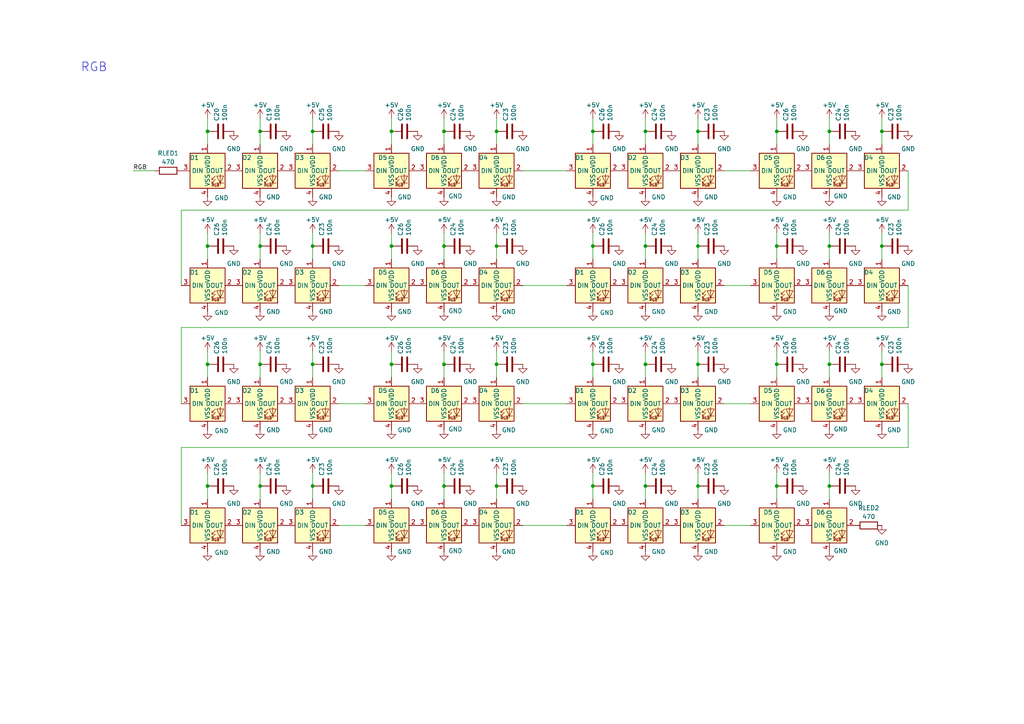
<source format=kicad_sch>
(kicad_sch (version 20230121) (generator eeschema)
  (paper "A4")
  (junction (at 240.538 105.664))
  (junction (at 202.438 71.374))
  (junction (at 144.018 38.1))
  (junction (at 60.198 71.374))
  (junction (at 75.438 140.97))
  (junction (at 144.018 140.97))
  (junction (at 187.198 71.374))
  (junction (at 90.678 140.97))
  (junction (at 171.958 105.664))
  (junction (at 187.198 105.664))
  (junction (at 202.438 140.97))
  (junction (at 113.538 71.374))
  (junction (at 75.438 105.664))
  (junction (at 128.778 38.1))
  (junction (at 187.198 38.1))
  (junction (at 128.778 71.374))
  (junction (at 171.958 140.97))
  (junction (at 225.298 140.97))
  (junction (at 225.298 105.664))
  (junction (at 75.438 71.374))
  (junction (at 90.678 105.664))
  (junction (at 225.298 38.1))
  (junction (at 255.778 105.664))
  (junction (at 225.298 71.374))
  (junction (at 202.438 105.664))
  (junction (at 144.018 71.374))
  (junction (at 60.198 140.97))
  (junction (at 255.778 38.1))
  (junction (at 240.538 38.1))
  (junction (at 60.198 38.1))
  (junction (at 187.198 140.97))
  (junction (at 60.198 105.664))
  (junction (at 128.778 105.664))
  (junction (at 113.538 140.97))
  (junction (at 113.538 38.1))
  (junction (at 128.778 140.97))
  (junction (at 240.538 140.97))
  (junction (at 90.678 71.374))
  (junction (at 240.538 71.374))
  (junction (at 171.958 71.374))
  (junction (at 255.778 71.374))
  (junction (at 90.678 38.1))
  (junction (at 144.018 105.664))
  (junction (at 202.438 38.1))
  (junction (at 75.438 38.1))
  (junction (at 113.538 105.664))
  (junction (at 171.958 38.1))
  (wire (pts (xy 255.778 34.29) (xy 255.778 38.1)))
  (wire (pts (xy 171.958 140.97) (xy 171.958 144.78)))
  (wire (pts (xy 60.198 38.1) (xy 60.198 41.91)))
  (wire (pts (xy 187.198 105.664) (xy 187.198 109.474)))
  (wire (pts (xy 90.678 71.374) (xy 90.678 75.184)))
  (wire (pts (xy 202.438 38.1) (xy 202.438 41.91)))
  (wire (pts (xy 128.778 67.564) (xy 128.778 71.374)))
  (wire (pts (xy 105.918 117.094) (xy 98.298 117.094)))
  (wire (pts (xy 255.778 38.1) (xy 255.778 41.91)))
  (wire (pts (xy 113.538 137.16) (xy 113.538 140.97)))
  (wire (pts (xy 263.398 117.094) (xy 263.398 129.794)))
  (wire (pts (xy 225.298 38.1) (xy 225.298 41.91)))
  (wire (pts (xy 113.538 34.29) (xy 113.538 38.1)))
  (wire (pts (xy 151.638 152.4) (xy 164.338 152.4)))
  (wire (pts (xy 60.198 101.854) (xy 60.198 105.664)))
  (wire (pts (xy 128.778 101.854) (xy 128.778 105.664)))
  (wire (pts (xy 263.398 49.53) (xy 263.398 60.96)))
  (wire (pts (xy 217.678 82.804) (xy 210.058 82.804)))
  (wire (pts (xy 202.438 101.854) (xy 202.438 105.664)))
  (wire (pts (xy 60.198 67.564) (xy 60.198 71.374)))
  (wire (pts (xy 240.538 71.374) (xy 240.538 75.184)))
  (wire (pts (xy 255.778 71.374) (xy 255.778 75.184)))
  (wire (pts (xy 187.198 137.16) (xy 187.198 140.97)))
  (wire (pts (xy 90.678 101.854) (xy 90.678 105.664)))
  (wire (pts (xy 60.198 34.29) (xy 60.198 38.1)))
  (wire (pts (xy 255.778 67.564) (xy 255.778 71.374)))
  (wire (pts (xy 38.608 49.53) (xy 44.958 49.53)))
  (wire (pts (xy 113.538 38.1) (xy 113.538 41.91)))
  (wire (pts (xy 240.538 137.16) (xy 240.538 140.97)))
  (wire (pts (xy 255.778 101.854) (xy 255.778 105.664)))
  (wire (pts (xy 90.678 38.1) (xy 90.678 41.91)))
  (wire (pts (xy 225.298 67.564) (xy 225.298 71.374)))
  (wire (pts (xy 75.438 140.97) (xy 75.438 144.78)))
  (wire (pts (xy 144.018 71.374) (xy 144.018 75.184)))
  (wire (pts (xy 75.438 105.664) (xy 75.438 109.474)))
  (wire (pts (xy 75.438 101.854) (xy 75.438 105.664)))
  (wire (pts (xy 217.678 152.4) (xy 210.058 152.4)))
  (wire (pts (xy 144.018 101.854) (xy 144.018 105.664)))
  (wire (pts (xy 202.438 67.564) (xy 202.438 71.374)))
  (wire (pts (xy 90.678 140.97) (xy 90.678 144.78)))
  (wire (pts (xy 144.018 38.1) (xy 144.018 41.91)))
  (wire (pts (xy 52.578 94.996) (xy 263.398 94.996)))
  (wire (pts (xy 202.438 71.374) (xy 202.438 75.184)))
  (wire (pts (xy 187.198 67.564) (xy 187.198 71.374)))
  (wire (pts (xy 151.638 49.53) (xy 164.338 49.53)))
  (wire (pts (xy 90.678 137.16) (xy 90.678 140.97)))
  (wire (pts (xy 151.638 82.804) (xy 164.338 82.804)))
  (wire (pts (xy 171.958 67.564) (xy 171.958 71.374)))
  (wire (pts (xy 128.778 137.16) (xy 128.778 140.97)))
  (wire (pts (xy 144.018 105.664) (xy 144.018 109.474)))
  (wire (pts (xy 171.958 34.29) (xy 171.958 38.1)))
  (wire (pts (xy 105.918 49.53) (xy 98.298 49.53)))
  (wire (pts (xy 240.538 101.854) (xy 240.538 105.664)))
  (wire (pts (xy 225.298 105.664) (xy 225.298 109.474)))
  (wire (pts (xy 128.778 71.374) (xy 128.778 75.184)))
  (wire (pts (xy 240.538 105.664) (xy 240.538 109.474)))
  (wire (pts (xy 90.678 105.664) (xy 90.678 109.474)))
  (wire (pts (xy 52.578 60.96) (xy 263.398 60.96)))
  (wire (pts (xy 202.438 34.29) (xy 202.438 38.1)))
  (wire (pts (xy 263.398 82.804) (xy 263.398 94.996)))
  (wire (pts (xy 113.538 71.374) (xy 113.538 75.184)))
  (wire (pts (xy 113.538 105.664) (xy 113.538 109.474)))
  (wire (pts (xy 52.578 60.96) (xy 52.578 82.804)))
  (wire (pts (xy 240.538 140.97) (xy 240.538 144.78)))
  (wire (pts (xy 75.438 34.29) (xy 75.438 38.1)))
  (wire (pts (xy 144.018 34.29) (xy 144.018 38.1)))
  (wire (pts (xy 52.578 129.794) (xy 263.398 129.794)))
  (wire (pts (xy 187.198 34.29) (xy 187.198 38.1)))
  (wire (pts (xy 171.958 101.854) (xy 171.958 105.664)))
  (wire (pts (xy 225.298 101.854) (xy 225.298 105.664)))
  (wire (pts (xy 171.958 137.16) (xy 171.958 140.97)))
  (wire (pts (xy 128.778 140.97) (xy 128.778 144.78)))
  (wire (pts (xy 60.198 71.374) (xy 60.198 75.184)))
  (wire (pts (xy 144.018 137.16) (xy 144.018 140.97)))
  (wire (pts (xy 52.578 94.996) (xy 52.578 117.094)))
  (wire (pts (xy 187.198 71.374) (xy 187.198 75.184)))
  (wire (pts (xy 52.578 129.794) (xy 52.578 152.4)))
  (wire (pts (xy 128.778 34.29) (xy 128.778 38.1)))
  (wire (pts (xy 75.438 38.1) (xy 75.438 41.91)))
  (wire (pts (xy 240.538 67.564) (xy 240.538 71.374)))
  (wire (pts (xy 90.678 67.564) (xy 90.678 71.374)))
  (wire (pts (xy 187.198 101.854) (xy 187.198 105.664)))
  (wire (pts (xy 60.198 105.664) (xy 60.198 109.474)))
  (wire (pts (xy 171.958 105.664) (xy 171.958 109.474)))
  (wire (pts (xy 225.298 137.16) (xy 225.298 140.97)))
  (wire (pts (xy 202.438 105.664) (xy 202.438 109.474)))
  (wire (pts (xy 240.538 34.29) (xy 240.538 38.1)))
  (wire (pts (xy 225.298 34.29) (xy 225.298 38.1)))
  (wire (pts (xy 128.778 105.664) (xy 128.778 109.474)))
  (wire (pts (xy 225.298 140.97) (xy 225.298 144.78)))
  (wire (pts (xy 60.198 140.97) (xy 60.198 144.78)))
  (wire (pts (xy 217.678 49.53) (xy 210.058 49.53)))
  (wire (pts (xy 202.438 137.16) (xy 202.438 140.97)))
  (wire (pts (xy 151.638 117.094) (xy 164.338 117.094)))
  (wire (pts (xy 202.438 140.97) (xy 202.438 144.78)))
  (wire (pts (xy 187.198 38.1) (xy 187.198 41.91)))
  (wire (pts (xy 75.438 137.16) (xy 75.438 140.97)))
  (wire (pts (xy 187.198 140.97) (xy 187.198 144.78)))
  (wire (pts (xy 144.018 140.97) (xy 144.018 144.78)))
  (wire (pts (xy 60.198 137.16) (xy 60.198 140.97)))
  (wire (pts (xy 255.778 105.664) (xy 255.778 109.474)))
  (wire (pts (xy 217.678 117.094) (xy 210.058 117.094)))
  (wire (pts (xy 105.918 152.4) (xy 98.298 152.4)))
  (wire (pts (xy 113.538 101.854) (xy 113.538 105.664)))
  (wire (pts (xy 75.438 71.374) (xy 75.438 75.184)))
  (wire (pts (xy 171.958 38.1) (xy 171.958 41.91)))
  (wire (pts (xy 240.538 38.1) (xy 240.538 41.91)))
  (wire (pts (xy 225.298 71.374) (xy 225.298 75.184)))
  (wire (pts (xy 113.538 67.564) (xy 113.538 71.374)))
  (wire (pts (xy 105.918 82.804) (xy 98.298 82.804)))
  (wire (pts (xy 90.678 34.29) (xy 90.678 38.1)))
  (wire (pts (xy 75.438 67.564) (xy 75.438 71.374)))
  (wire (pts (xy 171.958 71.374) (xy 171.958 75.184)))
  (wire (pts (xy 128.778 38.1) (xy 128.778 41.91)))
  (wire (pts (xy 144.018 67.564) (xy 144.018 71.374)))
  (wire (pts (xy 113.538 140.97) (xy 113.538 144.78)))
  (text "RGB" (at 23.368 21.082 0) (effects (font (size 2.54 2.54)) (justify left bottom)))
  (label "RGB" (at 38.608 49.53 0))
  (symbol (lib_id "PCM_marbastlib-various:SK6812MINI-E") (at 255.778 82.804 0) (unit 1)
    (property "Reference" "D4" (at 251.968 78.994 0))
    (property "Value" "SK6812MINI-E" (effects hide))
    (property "Footprint" "PCM_marbastlib-various:LED_6028R" (effects hide))
    (property "Datasheet" "https://cdn-shop.adafruit.com/product-files/2686/SK6812MINI_REV.01-1-2.pdf" (effects hide))
    (property "LCSC Part" "C5149201" (effects hide))
    (property "LCSC" "C5149201" (effects hide))
    (instances (project "MoonPad" (path "" (reference "D4") (unit 1))) (project "rescuetruck" (path "" (reference "D7") (unit 1)) (path "" (reference "D19") (unit 1))))
  )
  (symbol (lib_id "Device:C") (at 206.248 105.664 90) (unit 1)
    (property "Reference" "C23" (at 205.0796 102.743 0) (effects (justify left)))
    (property "Value" "100n" (at 207.391 102.743 0) (effects (justify left)))
    (property "Footprint" "Capacitor_SMD:C_0402_1005Metric" (effects hide))
    (property "LCSC" "C1525" (effects hide))
    (instances (project "MoonPad" (path "" (reference "C23") (unit 1))) (project "rescuetruck" (path "" (reference "C8") (unit 1)) (path "" (reference "C138") (unit 1))))
  )
  (symbol (lib_id "power:+5V") (at 187.198 101.854 0) (unit 1)
    (property "Reference" "#PWR037" (effects hide))
    (property "Value" "+5V" (at 187.198 98.044 0))
    (instances (project "MoonPad" (path "" (reference "#PWR037") (unit 1))) (project "rescuetruck" (path "" (reference "#PWR037") (unit 1)) (path "" (reference "#PWR0269") (unit 1))))
  )
  (symbol (lib_id "power:GND") (at 144.018 57.15 0) (unit 1)
    (property "Reference" "#PWR045" (effects hide))
    (property "Value" "GND" (at 147.574 57.15 0))
    (instances (project "MoonPad" (path "" (reference "#PWR045") (unit 1))) (project "rescuetruck" (path "" (reference "#PWR051") (unit 1)) (path "" (reference "#PWR051") (unit 1))))
  )
  (symbol (lib_id "power:GND") (at 187.198 160.02 0) (unit 1)
    (property "Reference" "#PWR031" (effects hide))
    (property "Value" "GND" (at 191.008 160.02 0))
    (instances (project "MoonPad" (path "" (reference "#PWR031") (unit 1))) (project "rescuetruck" (path "" (reference "#PWR047") (unit 1)) (path "" (reference "#PWR0351") (unit 1))))
  )
  (symbol (lib_id "PCM_marbastlib-various:SK6812MINI-E") (at 144.018 117.094 0) (unit 1)
    (property "Reference" "D4" (at 140.208 113.284 0))
    (property "Value" "SK6812MINI-E" (effects hide))
    (property "Footprint" "PCM_marbastlib-various:LED_6028R" (effects hide))
    (property "Datasheet" "https://cdn-shop.adafruit.com/product-files/2686/SK6812MINI_REV.01-1-2.pdf" (effects hide))
    (property "LCSC Part" "C5149201" (effects hide))
    (property "LCSC" "C5149201" (effects hide))
    (instances (project "MoonPad" (path "" (reference "D4") (unit 1))) (project "rescuetruck" (path "" (reference "D7") (unit 1)) (path "" (reference "D37") (unit 1))))
  )
  (symbol (lib_id "power:GND") (at 171.958 90.424 0) (unit 1)
    (property "Reference" "#PWR043" (effects hide))
    (property "Value" "GND" (at 176.022 90.678 0))
    (instances (project "MoonPad" (path "" (reference "#PWR043") (unit 1))) (project "rescuetruck" (path "" (reference "#PWR046") (unit 1)) (path "" (reference "#PWR0338") (unit 1))))
  )
  (symbol (lib_id "power:GND") (at 98.298 140.97 0) (unit 1)
    (property "Reference" "#PWR046" (effects hide))
    (property "Value" "GND" (at 98.298 146.05 0))
    (instances (project "MoonPad" (path "" (reference "#PWR046") (unit 1))) (project "rescuetruck" (path "" (reference "#PWR044") (unit 1)) (path "" (reference "#PWR0312") (unit 1))))
  )
  (symbol (lib_id "power:GND") (at 144.018 124.714 0) (unit 1)
    (property "Reference" "#PWR045" (effects hide))
    (property "Value" "GND" (at 147.574 124.714 0))
    (instances (project "MoonPad" (path "" (reference "#PWR045") (unit 1))) (project "rescuetruck" (path "" (reference "#PWR051") (unit 1)) (path "" (reference "#PWR0331") (unit 1))))
  )
  (symbol (lib_id "power:+5V") (at 144.018 67.564 0) (unit 1)
    (property "Reference" "#PWR040" (effects hide))
    (property "Value" "+5V" (at 144.018 63.754 0))
    (instances (project "MoonPad" (path "" (reference "#PWR040") (unit 1))) (project "rescuetruck" (path "" (reference "#PWR038") (unit 1)) (path "" (reference "#PWR0252") (unit 1))))
  )
  (symbol (lib_id "PCM_marbastlib-various:SK6812MINI-E") (at 90.678 152.4 0) (unit 1)
    (property "Reference" "D3" (at 86.868 148.59 0))
    (property "Value" "SK6812MINI" (effects hide))
    (property "Footprint" "PCM_marbastlib-various:LED_6028R" (effects hide))
    (property "Datasheet" "https://datasheet.lcsc.com/lcsc/2209211130_OPSCO-Optoelectronics-SK6812MINI-B-012_C5183448.pdf" (effects hide))
    (property "LCSC Part" "C5183448" (effects hide))
    (property "LCSC" "C5183448" (effects hide))
    (instances (project "MoonPad" (path "" (reference "D3") (unit 1))) (project "rescuetruck" (path "" (reference "D4") (unit 1)) (path "" (reference "D46") (unit 1))))
  )
  (symbol (lib_id "power:+5V") (at 202.438 137.16 0) (unit 1)
    (property "Reference" "#PWR040" (effects hide))
    (property "Value" "+5V" (at 202.438 133.35 0))
    (instances (project "MoonPad" (path "" (reference "#PWR040") (unit 1))) (project "rescuetruck" (path "" (reference "#PWR038") (unit 1)) (path "" (reference "#PWR0294") (unit 1))))
  )
  (symbol (lib_id "power:GND") (at 98.298 71.374 0) (unit 1)
    (property "Reference" "#PWR046" (effects hide))
    (property "Value" "GND" (at 98.298 76.454 0))
    (instances (project "MoonPad" (path "" (reference "#PWR046") (unit 1))) (project "rescuetruck" (path "" (reference "#PWR044") (unit 1)) (path "" (reference "#PWR0249") (unit 1))))
  )
  (symbol (lib_id "Device:C") (at 64.008 38.1 90) (unit 1)
    (property "Reference" "C20" (at 62.8396 35.179 0) (effects (justify left)))
    (property "Value" "100n" (at 65.151 35.179 0) (effects (justify left)))
    (property "Footprint" "Capacitor_SMD:C_0402_1005Metric" (effects hide))
    (property "LCSC" "C1525" (effects hide))
    (instances (project "MoonPad" (path "" (reference "C20") (unit 1))) (project "rescuetruck" (path "" (reference "C3") (unit 1)) (path "" (reference "C3") (unit 1))))
  )
  (symbol (lib_id "PCM_marbastlib-various:SK6812MINI-E") (at 225.298 117.094 0) (unit 1)
    (property "Reference" "D5" (at 222.758 113.284 0))
    (property "Value" "SK6812MINI" (effects hide))
    (property "Footprint" "PCM_marbastlib-various:LED_6028R" (effects hide))
    (property "Datasheet" "https://datasheet.lcsc.com/lcsc/2209211130_OPSCO-Optoelectronics-SK6812MINI-B-012_C5183448.pdf" (effects hide))
    (property "LCSC Part" "C5183448" (effects hide))
    (property "LCSC" "C5183448" (effects hide))
    (instances (project "MoonPad" (path "" (reference "D5") (unit 1))) (project "rescuetruck" (path "" (reference "D5") (unit 1)) (path "" (reference "D29") (unit 1))))
  )
  (symbol (lib_id "power:GND") (at 179.578 71.374 0) (unit 1)
    (property "Reference" "#PWR042" (effects hide))
    (property "Value" "GND" (at 179.578 76.454 0))
    (instances (project "MoonPad" (path "" (reference "#PWR042") (unit 1))) (project "rescuetruck" (path "" (reference "#PWR042") (unit 1)) (path "" (reference "#PWR0259") (unit 1))))
  )
  (symbol (lib_id "power:+5V") (at 113.538 101.854 0) (unit 1)
    (property "Reference" "#PWR030" (effects hide))
    (property "Value" "+5V" (at 113.538 98.044 0))
    (instances (project "MoonPad" (path "" (reference "#PWR030") (unit 1))) (project "rescuetruck" (path "" (reference "#PWR036") (unit 1)) (path "" (reference "#PWR0277") (unit 1))))
  )
  (symbol (lib_id "power:GND") (at 67.818 105.664 0) (unit 1)
    (property "Reference" "#PWR042" (effects hide))
    (property "Value" "GND" (at 67.818 110.744 0))
    (instances (project "MoonPad" (path "" (reference "#PWR042") (unit 1))) (project "rescuetruck" (path "" (reference "#PWR042") (unit 1)) (path "" (reference "#PWR0286") (unit 1))))
  )
  (symbol (lib_id "Device:C") (at 94.488 71.374 90) (unit 1)
    (property "Reference" "C23" (at 93.3196 68.453 0) (effects (justify left)))
    (property "Value" "100n" (at 95.631 68.453 0) (effects (justify left)))
    (property "Footprint" "Capacitor_SMD:C_0402_1005Metric" (effects hide))
    (property "LCSC" "C1525" (effects hide))
    (instances (project "MoonPad" (path "" (reference "C23") (unit 1))) (project "rescuetruck" (path "" (reference "C8") (unit 1)) (path "" (reference "C126") (unit 1))))
  )
  (symbol (lib_id "power:+5V") (at 113.538 137.16 0) (unit 1)
    (property "Reference" "#PWR030" (effects hide))
    (property "Value" "+5V" (at 113.538 133.35 0))
    (instances (project "MoonPad" (path "" (reference "#PWR030") (unit 1))) (project "rescuetruck" (path "" (reference "#PWR036") (unit 1)) (path "" (reference "#PWR0301") (unit 1))))
  )
  (symbol (lib_id "power:+5V") (at 144.018 137.16 0) (unit 1)
    (property "Reference" "#PWR040" (effects hide))
    (property "Value" "+5V" (at 144.018 133.35 0))
    (instances (project "MoonPad" (path "" (reference "#PWR040") (unit 1))) (project "rescuetruck" (path "" (reference "#PWR038") (unit 1)) (path "" (reference "#PWR0303") (unit 1))))
  )
  (symbol (lib_id "PCM_marbastlib-various:SK6812MINI-E") (at 60.198 117.094 0) (unit 1)
    (property "Reference" "D1" (at 56.388 113.284 0))
    (property "Value" "SK6812MINI-E" (effects hide))
    (property "Footprint" "PCM_marbastlib-various:LED_6028R" (effects hide))
    (property "Datasheet" "https://cdn-shop.adafruit.com/product-files/2686/SK6812MINI_REV.01-1-2.pdf" (effects hide))
    (property "LCSC Part" "C5149201" (effects hide))
    (property "LCSC" "C5149201" (effects hide))
    (instances (project "MoonPad" (path "" (reference "D1") (unit 1))) (project "rescuetruck" (path "" (reference "D2") (unit 1)) (path "" (reference "D32") (unit 1))))
  )
  (symbol (lib_id "power:+5V") (at 144.018 101.854 0) (unit 1)
    (property "Reference" "#PWR040" (effects hide))
    (property "Value" "+5V" (at 144.018 98.044 0))
    (instances (project "MoonPad" (path "" (reference "#PWR040") (unit 1))) (project "rescuetruck" (path "" (reference "#PWR038") (unit 1)) (path "" (reference "#PWR0279") (unit 1))))
  )
  (symbol (lib_id "power:GND") (at 210.058 140.97 0) (unit 1)
    (property "Reference" "#PWR046" (effects hide))
    (property "Value" "GND" (at 210.058 146.05 0))
    (instances (project "MoonPad" (path "" (reference "#PWR046") (unit 1))) (project "rescuetruck" (path "" (reference "#PWR044") (unit 1)) (path "" (reference "#PWR0306") (unit 1))))
  )
  (symbol (lib_id "PCM_marbastlib-various:SK6812MINI-E") (at 113.538 152.4 0) (unit 1)
    (property "Reference" "D5" (at 110.998 148.59 0))
    (property "Value" "SK6812MINI" (effects hide))
    (property "Footprint" "PCM_marbastlib-various:LED_6028R" (effects hide))
    (property "Datasheet" "https://datasheet.lcsc.com/lcsc/2209211130_OPSCO-Optoelectronics-SK6812MINI-B-012_C5183448.pdf" (effects hide))
    (property "LCSC Part" "C5183448" (effects hide))
    (property "LCSC" "C5183448" (effects hide))
    (instances (project "MoonPad" (path "" (reference "D5") (unit 1))) (project "rescuetruck" (path "" (reference "D5") (unit 1)) (path "" (reference "D47") (unit 1))))
  )
  (symbol (lib_id "PCM_marbastlib-various:SK6812MINI-E") (at 128.778 152.4 0) (unit 1)
    (property "Reference" "D6" (at 126.238 148.59 0))
    (property "Value" "SK6812MINI" (effects hide))
    (property "Footprint" "PCM_marbastlib-various:LED_6028R" (effects hide))
    (property "Datasheet" "https://datasheet.lcsc.com/lcsc/2209211130_OPSCO-Optoelectronics-SK6812MINI-B-012_C5183448.pdf" (effects hide))
    (property "LCSC Part" "C5183448" (effects hide))
    (property "LCSC" "C5183448" (effects hide))
    (instances (project "MoonPad" (path "" (reference "D6") (unit 1))) (project "rescuetruck" (path "" (reference "D6") (unit 1)) (path "" (reference "D48") (unit 1))))
  )
  (symbol (lib_id "power:GND") (at 187.198 90.424 0) (unit 1)
    (property "Reference" "#PWR031" (effects hide))
    (property "Value" "GND" (at 191.008 90.424 0))
    (instances (project "MoonPad" (path "" (reference "#PWR031") (unit 1))) (project "rescuetruck" (path "" (reference "#PWR047") (unit 1)) (path "" (reference "#PWR0339") (unit 1))))
  )
  (symbol (lib_id "power:+5V") (at 128.778 137.16 0) (unit 1)
    (property "Reference" "#PWR037" (effects hide))
    (property "Value" "+5V" (at 128.778 133.35 0))
    (instances (project "MoonPad" (path "" (reference "#PWR037") (unit 1))) (project "rescuetruck" (path "" (reference "#PWR037") (unit 1)) (path "" (reference "#PWR0302") (unit 1))))
  )
  (symbol (lib_id "power:GND") (at 113.538 160.02 0) (unit 1)
    (property "Reference" "#PWR041" (effects hide))
    (property "Value" "GND" (at 117.348 160.02 0))
    (instances (project "MoonPad" (path "" (reference "#PWR041") (unit 1))) (project "rescuetruck" (path "" (reference "#PWR049") (unit 1)) (path "" (reference "#PWR0335") (unit 1))))
  )
  (symbol (lib_id "power:GND") (at 113.538 57.15 0) (unit 1)
    (property "Reference" "#PWR041" (effects hide))
    (property "Value" "GND" (at 117.348 57.15 0))
    (instances (project "MoonPad" (path "" (reference "#PWR041") (unit 1))) (project "rescuetruck" (path "" (reference "#PWR049") (unit 1)) (path "" (reference "#PWR049") (unit 1))))
  )
  (symbol (lib_id "power:GND") (at 255.778 57.15 0) (unit 1)
    (property "Reference" "#PWR045" (effects hide))
    (property "Value" "GND" (at 259.334 57.15 0))
    (instances (project "MoonPad" (path "" (reference "#PWR045") (unit 1))) (project "rescuetruck" (path "" (reference "#PWR051") (unit 1)) (path "" (reference "#PWR0319") (unit 1))))
  )
  (symbol (lib_id "Device:C") (at 191.008 38.1 90) (unit 1)
    (property "Reference" "C24" (at 189.8396 35.179 0) (effects (justify left)))
    (property "Value" "100n" (at 192.151 35.179 0) (effects (justify left)))
    (property "Footprint" "Capacitor_SMD:C_0402_1005Metric" (effects hide))
    (property "LCSC" "C1525" (effects hide))
    (instances (project "MoonPad" (path "" (reference "C24") (unit 1))) (project "rescuetruck" (path "" (reference "C7") (unit 1)) (path "" (reference "C115") (unit 1))))
  )
  (symbol (lib_id "power:+5V") (at 60.198 67.564 0) (unit 1)
    (property "Reference" "#PWR030" (effects hide))
    (property "Value" "+5V" (at 60.198 63.754 0))
    (instances (project "MoonPad" (path "" (reference "#PWR030") (unit 1))) (project "rescuetruck" (path "" (reference "#PWR036") (unit 1)) (path "" (reference "#PWR0244") (unit 1))))
  )
  (symbol (lib_id "PCM_marbastlib-various:SK6812MINI-E") (at 202.438 49.53 0) (unit 1)
    (property "Reference" "D3" (at 198.628 45.72 0))
    (property "Value" "SK6812MINI" (effects hide))
    (property "Footprint" "PCM_marbastlib-various:LED_6028R" (effects hide))
    (property "Datasheet" "https://datasheet.lcsc.com/lcsc/2209211130_OPSCO-Optoelectronics-SK6812MINI-B-012_C5183448.pdf" (effects hide))
    (property "LCSC Part" "C5183448" (effects hide))
    (property "LCSC" "C5183448" (effects hide))
    (instances (project "MoonPad" (path "" (reference "D3") (unit 1))) (project "rescuetruck" (path "" (reference "D4") (unit 1)) (path "" (reference "D10") (unit 1))))
  )
  (symbol (lib_id "PCM_marbastlib-various:SK6812MINI-E") (at 75.438 82.804 0) (unit 1)
    (property "Reference" "D2" (at 71.628 78.994 0))
    (property "Value" "SK6812MINI" (effects hide))
    (property "Footprint" "PCM_marbastlib-various:LED_6028R" (effects hide))
    (property "Datasheet" "https://datasheet.lcsc.com/lcsc/2209211130_OPSCO-Optoelectronics-SK6812MINI-B-012_C5183448.pdf" (effects hide))
    (property "LCSC Part" "C5183448" (effects hide))
    (property "LCSC" "C5183448" (effects hide))
    (instances (project "MoonPad" (path "" (reference "D2") (unit 1))) (project "rescuetruck" (path "" (reference "D3") (unit 1)) (path "" (reference "D21") (unit 1))))
  )
  (symbol (lib_id "power:GND") (at 263.398 105.664 0) (unit 1)
    (property "Reference" "#PWR046" (effects hide))
    (property "Value" "GND" (at 263.398 110.744 0))
    (instances (project "MoonPad" (path "" (reference "#PWR046") (unit 1))) (project "rescuetruck" (path "" (reference "#PWR044") (unit 1)) (path "" (reference "#PWR0285") (unit 1))))
  )
  (symbol (lib_id "Device:C") (at 259.588 71.374 90) (unit 1)
    (property "Reference" "C23" (at 258.4196 68.453 0) (effects (justify left)))
    (property "Value" "100n" (at 260.731 68.453 0) (effects (justify left)))
    (property "Footprint" "Capacitor_SMD:C_0402_1005Metric" (effects hide))
    (property "LCSC" "C1525" (effects hide))
    (instances (project "MoonPad" (path "" (reference "C23") (unit 1))) (project "rescuetruck" (path "" (reference "C8") (unit 1)) (path "" (reference "C135") (unit 1))))
  )
  (symbol (lib_id "power:+5V") (at 255.778 34.29 0) (unit 1)
    (property "Reference" "#PWR040" (effects hide))
    (property "Value" "+5V" (at 255.778 30.48 0))
    (instances (project "MoonPad" (path "" (reference "#PWR040") (unit 1))) (project "rescuetruck" (path "" (reference "#PWR038") (unit 1)) (path "" (reference "#PWR0240") (unit 1))))
  )
  (symbol (lib_id "PCM_marbastlib-various:SK6812MINI-E") (at 113.538 117.094 0) (unit 1)
    (property "Reference" "D5" (at 110.998 113.284 0))
    (property "Value" "SK6812MINI" (effects hide))
    (property "Footprint" "PCM_marbastlib-various:LED_6028R" (effects hide))
    (property "Datasheet" "https://datasheet.lcsc.com/lcsc/2209211130_OPSCO-Optoelectronics-SK6812MINI-B-012_C5183448.pdf" (effects hide))
    (property "LCSC Part" "C5183448" (effects hide))
    (property "LCSC" "C5183448" (effects hide))
    (instances (project "MoonPad" (path "" (reference "D5") (unit 1))) (project "rescuetruck" (path "" (reference "D5") (unit 1)) (path "" (reference "D35") (unit 1))))
  )
  (symbol (lib_id "PCM_marbastlib-various:SK6812MINI-E") (at 202.438 117.094 0) (unit 1)
    (property "Reference" "D3" (at 198.628 113.284 0))
    (property "Value" "SK6812MINI" (effects hide))
    (property "Footprint" "PCM_marbastlib-various:LED_6028R" (effects hide))
    (property "Datasheet" "https://datasheet.lcsc.com/lcsc/2209211130_OPSCO-Optoelectronics-SK6812MINI-B-012_C5183448.pdf" (effects hide))
    (property "LCSC Part" "C5183448" (effects hide))
    (property "LCSC" "C5183448" (effects hide))
    (instances (project "MoonPad" (path "" (reference "D3") (unit 1))) (project "rescuetruck" (path "" (reference "D4") (unit 1)) (path "" (reference "D28") (unit 1))))
  )
  (symbol (lib_id "power:GND") (at 83.058 105.664 0) (unit 1)
    (property "Reference" "#PWR034" (effects hide))
    (property "Value" "GND" (at 83.058 110.744 0))
    (instances (project "MoonPad" (path "" (reference "#PWR034") (unit 1))) (project "rescuetruck" (path "" (reference "#PWR043") (unit 1)) (path "" (reference "#PWR0287") (unit 1))))
  )
  (symbol (lib_id "power:GND") (at 151.638 38.1 0) (unit 1)
    (property "Reference" "#PWR046" (effects hide))
    (property "Value" "GND" (at 151.638 43.18 0))
    (instances (project "MoonPad" (path "" (reference "#PWR046") (unit 1))) (project "rescuetruck" (path "" (reference "#PWR044") (unit 1)) (path "" (reference "#PWR044") (unit 1))))
  )
  (symbol (lib_id "PCM_marbastlib-various:SK6812MINI-E") (at 113.538 82.804 0) (unit 1)
    (property "Reference" "D5" (at 110.998 78.994 0))
    (property "Value" "SK6812MINI" (effects hide))
    (property "Footprint" "PCM_marbastlib-various:LED_6028R" (effects hide))
    (property "Datasheet" "https://datasheet.lcsc.com/lcsc/2209211130_OPSCO-Optoelectronics-SK6812MINI-B-012_C5183448.pdf" (effects hide))
    (property "LCSC Part" "C5183448" (effects hide))
    (property "LCSC" "C5183448" (effects hide))
    (instances (project "MoonPad" (path "" (reference "D5") (unit 1))) (project "rescuetruck" (path "" (reference "D5") (unit 1)) (path "" (reference "D23") (unit 1))))
  )
  (symbol (lib_id "PCM_marbastlib-various:SK6812MINI-E") (at 171.958 49.53 0) (unit 1)
    (property "Reference" "D1" (at 168.148 45.72 0))
    (property "Value" "SK6812MINI-E" (effects hide))
    (property "Footprint" "PCM_marbastlib-various:LED_6028R" (effects hide))
    (property "Datasheet" "https://cdn-shop.adafruit.com/product-files/2686/SK6812MINI_REV.01-1-2.pdf" (effects hide))
    (property "LCSC Part" "C5149201" (effects hide))
    (property "LCSC" "C5149201" (effects hide))
    (instances (project "MoonPad" (path "" (reference "D1") (unit 1))) (project "rescuetruck" (path "" (reference "D2") (unit 1)) (path "" (reference "D8") (unit 1))))
  )
  (symbol (lib_id "power:GND") (at 67.818 38.1 0) (unit 1)
    (property "Reference" "#PWR044" (effects hide))
    (property "Value" "GND" (at 67.818 43.18 0))
    (instances (project "MoonPad" (path "" (reference "#PWR044") (unit 1))) (project "rescuetruck" (path "" (reference "#PWR039") (unit 1)) (path "" (reference "#PWR039") (unit 1))))
  )
  (symbol (lib_id "PCM_marbastlib-various:SK6812MINI-E") (at 60.198 152.4 0) (unit 1)
    (property "Reference" "D1" (at 56.388 148.59 0))
    (property "Value" "SK6812MINI-E" (effects hide))
    (property "Footprint" "PCM_marbastlib-various:LED_6028R" (effects hide))
    (property "Datasheet" "https://cdn-shop.adafruit.com/product-files/2686/SK6812MINI_REV.01-1-2.pdf" (effects hide))
    (property "LCSC Part" "C5149201" (effects hide))
    (property "LCSC" "C5149201" (effects hide))
    (instances (project "MoonPad" (path "" (reference "D1") (unit 1))) (project "rescuetruck" (path "" (reference "D2") (unit 1)) (path "" (reference "D44") (unit 1))))
  )
  (symbol (lib_id "power:GND") (at 240.538 90.424 0) (unit 1)
    (property "Reference" "#PWR033" (effects hide))
    (property "Value" "GND" (at 243.84 90.17 0))
    (instances (project "MoonPad" (path "" (reference "#PWR033") (unit 1))) (project "rescuetruck" (path "" (reference "#PWR050") (unit 1)) (path "" (reference "#PWR0342") (unit 1))))
  )
  (symbol (lib_id "Device:C") (at 64.008 140.97 90) (unit 1)
    (property "Reference" "C26" (at 62.8396 138.049 0) (effects (justify left)))
    (property "Value" "100n" (at 65.151 138.049 0) (effects (justify left)))
    (property "Footprint" "Capacitor_SMD:C_0402_1005Metric" (effects hide))
    (property "LCSC" "C1525" (effects hide))
    (instances (project "MoonPad" (path "" (reference "C26") (unit 1))) (project "rescuetruck" (path "" (reference "C6") (unit 1)) (path "" (reference "C154") (unit 1))))
  )
  (symbol (lib_id "Device:C") (at 191.008 140.97 90) (unit 1)
    (property "Reference" "C24" (at 189.8396 138.049 0) (effects (justify left)))
    (property "Value" "100n" (at 192.151 138.049 0) (effects (justify left)))
    (property "Footprint" "Capacitor_SMD:C_0402_1005Metric" (effects hide))
    (property "LCSC" "C1525" (effects hide))
    (instances (project "MoonPad" (path "" (reference "C24") (unit 1))) (project "rescuetruck" (path "" (reference "C7") (unit 1)) (path "" (reference "C149") (unit 1))))
  )
  (symbol (lib_id "PCM_marbastlib-various:SK6812MINI-E") (at 75.438 49.53 0) (unit 1)
    (property "Reference" "D2" (at 71.628 45.72 0))
    (property "Value" "SK6812MINI" (effects hide))
    (property "Footprint" "PCM_marbastlib-various:LED_6028R" (effects hide))
    (property "Datasheet" "https://datasheet.lcsc.com/lcsc/2209211130_OPSCO-Optoelectronics-SK6812MINI-B-012_C5183448.pdf" (effects hide))
    (property "LCSC Part" "C5183448" (effects hide))
    (property "LCSC" "C5183448" (effects hide))
    (instances (project "MoonPad" (path "" (reference "D2") (unit 1))) (project "rescuetruck" (path "" (reference "D3") (unit 1)) (path "" (reference "D3") (unit 1))))
  )
  (symbol (lib_id "power:GND") (at 113.538 90.424 0) (unit 1)
    (property "Reference" "#PWR041" (effects hide))
    (property "Value" "GND" (at 117.348 90.424 0))
    (instances (project "MoonPad" (path "" (reference "#PWR041") (unit 1))) (project "rescuetruck" (path "" (reference "#PWR049") (unit 1)) (path "" (reference "#PWR0323") (unit 1))))
  )
  (symbol (lib_id "power:+5V") (at 171.958 34.29 0) (unit 1)
    (property "Reference" "#PWR030" (effects hide))
    (property "Value" "+5V" (at 171.958 30.48 0))
    (instances (project "MoonPad" (path "" (reference "#PWR030") (unit 1))) (project "rescuetruck" (path "" (reference "#PWR036") (unit 1)) (path "" (reference "#PWR0224") (unit 1))))
  )
  (symbol (lib_id "power:+5V") (at 187.198 67.564 0) (unit 1)
    (property "Reference" "#PWR037" (effects hide))
    (property "Value" "+5V" (at 187.198 63.754 0))
    (instances (project "MoonPad" (path "" (reference "#PWR037") (unit 1))) (project "rescuetruck" (path "" (reference "#PWR037") (unit 1)) (path "" (reference "#PWR0257") (unit 1))))
  )
  (symbol (lib_id "PCM_marbastlib-various:SK6812MINI-E") (at 240.538 49.53 0) (unit 1)
    (property "Reference" "D6" (at 237.998 45.72 0))
    (property "Value" "SK6812MINI" (effects hide))
    (property "Footprint" "PCM_marbastlib-various:LED_6028R" (effects hide))
    (property "Datasheet" "https://datasheet.lcsc.com/lcsc/2209211130_OPSCO-Optoelectronics-SK6812MINI-B-012_C5183448.pdf" (effects hide))
    (property "LCSC Part" "C5183448" (effects hide))
    (property "LCSC" "C5183448" (effects hide))
    (instances (project "MoonPad" (path "" (reference "D6") (unit 1))) (project "rescuetruck" (path "" (reference "D6") (unit 1)) (path "" (reference "D12") (unit 1))))
  )
  (symbol (lib_id "Device:C") (at 175.768 140.97 90) (unit 1)
    (property "Reference" "C26" (at 174.5996 138.049 0) (effects (justify left)))
    (property "Value" "100n" (at 176.911 138.049 0) (effects (justify left)))
    (property "Footprint" "Capacitor_SMD:C_0402_1005Metric" (effects hide))
    (property "LCSC" "C1525" (effects hide))
    (instances (project "MoonPad" (path "" (reference "C26") (unit 1))) (project "rescuetruck" (path "" (reference "C6") (unit 1)) (path "" (reference "C148") (unit 1))))
  )
  (symbol (lib_id "power:GND") (at 248.158 38.1 0) (unit 1)
    (property "Reference" "#PWR034" (effects hide))
    (property "Value" "GND" (at 248.158 43.18 0))
    (instances (project "MoonPad" (path "" (reference "#PWR034") (unit 1))) (project "rescuetruck" (path "" (reference "#PWR043") (unit 1)) (path "" (reference "#PWR0242") (unit 1))))
  )
  (symbol (lib_id "PCM_marbastlib-various:SK6812MINI-E") (at 187.198 117.094 0) (unit 1)
    (property "Reference" "D2" (at 183.388 113.284 0))
    (property "Value" "SK6812MINI" (effects hide))
    (property "Footprint" "PCM_marbastlib-various:LED_6028R" (effects hide))
    (property "Datasheet" "https://datasheet.lcsc.com/lcsc/2209211130_OPSCO-Optoelectronics-SK6812MINI-B-012_C5183448.pdf" (effects hide))
    (property "LCSC Part" "C5183448" (effects hide))
    (property "LCSC" "C5183448" (effects hide))
    (instances (project "MoonPad" (path "" (reference "D2") (unit 1))) (project "rescuetruck" (path "" (reference "D3") (unit 1)) (path "" (reference "D27") (unit 1))))
  )
  (symbol (lib_id "power:GND") (at 136.398 71.374 0) (unit 1)
    (property "Reference" "#PWR034" (effects hide))
    (property "Value" "GND" (at 136.398 76.454 0))
    (instances (project "MoonPad" (path "" (reference "#PWR034") (unit 1))) (project "rescuetruck" (path "" (reference "#PWR043") (unit 1)) (path "" (reference "#PWR0254") (unit 1))))
  )
  (symbol (lib_id "power:GND") (at 128.778 90.424 0) (unit 1)
    (property "Reference" "#PWR033" (effects hide))
    (property "Value" "GND" (at 132.08 90.17 0))
    (instances (project "MoonPad" (path "" (reference "#PWR033") (unit 1))) (project "rescuetruck" (path "" (reference "#PWR050") (unit 1)) (path "" (reference "#PWR0324") (unit 1))))
  )
  (symbol (lib_id "power:GND") (at 263.398 71.374 0) (unit 1)
    (property "Reference" "#PWR046" (effects hide))
    (property "Value" "GND" (at 263.398 76.454 0))
    (instances (project "MoonPad" (path "" (reference "#PWR046") (unit 1))) (project "rescuetruck" (path "" (reference "#PWR044") (unit 1)) (path "" (reference "#PWR0267") (unit 1))))
  )
  (symbol (lib_id "power:GND") (at 136.398 140.97 0) (unit 1)
    (property "Reference" "#PWR034" (effects hide))
    (property "Value" "GND" (at 136.398 146.05 0))
    (instances (project "MoonPad" (path "" (reference "#PWR034") (unit 1))) (project "rescuetruck" (path "" (reference "#PWR043") (unit 1)) (path "" (reference "#PWR0314") (unit 1))))
  )
  (symbol (lib_id "power:GND") (at 202.438 90.424 0) (unit 1)
    (property "Reference" "#PWR038" (effects hide))
    (property "Value" "GND" (at 206.248 90.424 0))
    (instances (project "MoonPad" (path "" (reference "#PWR038") (unit 1))) (project "rescuetruck" (path "" (reference "#PWR048") (unit 1)) (path "" (reference "#PWR0340") (unit 1))))
  )
  (symbol (lib_id "power:GND") (at 144.018 160.02 0) (unit 1)
    (property "Reference" "#PWR045" (effects hide))
    (property "Value" "GND" (at 147.574 160.02 0))
    (instances (project "MoonPad" (path "" (reference "#PWR045") (unit 1))) (project "rescuetruck" (path "" (reference "#PWR051") (unit 1)) (path "" (reference "#PWR0337") (unit 1))))
  )
  (symbol (lib_id "power:+5V") (at 60.198 137.16 0) (unit 1)
    (property "Reference" "#PWR030" (effects hide))
    (property "Value" "+5V" (at 60.198 133.35 0))
    (instances (project "MoonPad" (path "" (reference "#PWR030") (unit 1))) (project "rescuetruck" (path "" (reference "#PWR036") (unit 1)) (path "" (reference "#PWR0298") (unit 1))))
  )
  (symbol (lib_id "power:GND") (at 60.198 160.02 0) (unit 1)
    (property "Reference" "#PWR043" (effects hide))
    (property "Value" "GND" (at 64.262 160.274 0))
    (instances (project "MoonPad" (path "" (reference "#PWR043") (unit 1))) (project "rescuetruck" (path "" (reference "#PWR046") (unit 1)) (path "" (reference "#PWR0332") (unit 1))))
  )
  (symbol (lib_id "power:+5V") (at 90.678 137.16 0) (unit 1)
    (property "Reference" "#PWR040" (effects hide))
    (property "Value" "+5V" (at 90.678 133.35 0))
    (instances (project "MoonPad" (path "" (reference "#PWR040") (unit 1))) (project "rescuetruck" (path "" (reference "#PWR038") (unit 1)) (path "" (reference "#PWR0300") (unit 1))))
  )
  (symbol (lib_id "Device:R") (at 251.968 152.4 270) (unit 1)
    (property "Reference" "RLED2" (at 251.968 147.32 90))
    (property "Value" "470" (at 251.968 149.86 90))
    (property "Footprint" "Resistor_SMD:R_0402_1005Metric" (effects hide))
    (property "Datasheet" "https://datasheet.lcsc.com/lcsc/2105241808_Viking-Tech-ARG05FTC5000_C2828857.pdf" (effects hide))
    (property "LCSC Part" "C2828857" (effects hide))
    (property "LCSC" "C2828857" (effects hide))
  )
  (symbol (lib_id "PCM_marbastlib-various:SK6812MINI-E") (at 144.018 152.4 0) (unit 1)
    (property "Reference" "D4" (at 140.208 148.59 0))
    (property "Value" "SK6812MINI-E" (effects hide))
    (property "Footprint" "PCM_marbastlib-various:LED_6028R" (effects hide))
    (property "Datasheet" "https://cdn-shop.adafruit.com/product-files/2686/SK6812MINI_REV.01-1-2.pdf" (effects hide))
    (property "LCSC Part" "C5149201" (effects hide))
    (property "LCSC" "C5149201" (effects hide))
    (instances (project "MoonPad" (path "" (reference "D4") (unit 1))) (project "rescuetruck" (path "" (reference "D7") (unit 1)) (path "" (reference "D49") (unit 1))))
  )
  (symbol (lib_id "power:+5V") (at 202.438 67.564 0) (unit 1)
    (property "Reference" "#PWR040" (effects hide))
    (property "Value" "+5V" (at 202.438 63.754 0))
    (instances (project "MoonPad" (path "" (reference "#PWR040") (unit 1))) (project "rescuetruck" (path "" (reference "#PWR038") (unit 1)) (path "" (reference "#PWR0258") (unit 1))))
  )
  (symbol (lib_id "power:GND") (at 90.678 90.424 0) (unit 1)
    (property "Reference" "#PWR038" (effects hide))
    (property "Value" "GND" (at 94.488 90.424 0))
    (instances (project "MoonPad" (path "" (reference "#PWR038") (unit 1))) (project "rescuetruck" (path "" (reference "#PWR048") (unit 1)) (path "" (reference "#PWR0322") (unit 1))))
  )
  (symbol (lib_id "PCM_marbastlib-various:SK6812MINI-E") (at 75.438 117.094 0) (unit 1)
    (property "Reference" "D2" (at 71.628 113.284 0))
    (property "Value" "SK6812MINI" (effects hide))
    (property "Footprint" "PCM_marbastlib-various:LED_6028R" (effects hide))
    (property "Datasheet" "https://datasheet.lcsc.com/lcsc/2209211130_OPSCO-Optoelectronics-SK6812MINI-B-012_C5183448.pdf" (effects hide))
    (property "LCSC Part" "C5183448" (effects hide))
    (property "LCSC" "C5183448" (effects hide))
    (instances (project "MoonPad" (path "" (reference "D2") (unit 1))) (project "rescuetruck" (path "" (reference "D3") (unit 1)) (path "" (reference "D33") (unit 1))))
  )
  (symbol (lib_id "power:GND") (at 75.438 90.424 0) (unit 1)
    (property "Reference" "#PWR031" (effects hide))
    (property "Value" "GND" (at 79.248 90.424 0))
    (instances (project "MoonPad" (path "" (reference "#PWR031") (unit 1))) (project "rescuetruck" (path "" (reference "#PWR047") (unit 1)) (path "" (reference "#PWR0321") (unit 1))))
  )
  (symbol (lib_id "PCM_marbastlib-various:SK6812MINI-E") (at 171.958 152.4 0) (unit 1)
    (property "Reference" "D1" (at 168.148 148.59 0))
    (property "Value" "SK6812MINI-E" (effects hide))
    (property "Footprint" "PCM_marbastlib-various:LED_6028R" (effects hide))
    (property "Datasheet" "https://cdn-shop.adafruit.com/product-files/2686/SK6812MINI_REV.01-1-2.pdf" (effects hide))
    (property "LCSC Part" "C5149201" (effects hide))
    (property "LCSC" "C5149201" (effects hide))
    (instances (project "MoonPad" (path "" (reference "D1") (unit 1))) (project "rescuetruck" (path "" (reference "D2") (unit 1)) (path "" (reference "D38") (unit 1))))
  )
  (symbol (lib_id "Device:C") (at 175.768 71.374 90) (unit 1)
    (property "Reference" "C26" (at 174.5996 68.453 0) (effects (justify left)))
    (property "Value" "100n" (at 176.911 68.453 0) (effects (justify left)))
    (property "Footprint" "Capacitor_SMD:C_0402_1005Metric" (effects hide))
    (property "LCSC" "C1525" (effects hide))
    (instances (project "MoonPad" (path "" (reference "C26") (unit 1))) (project "rescuetruck" (path "" (reference "C6") (unit 1)) (path "" (reference "C130") (unit 1))))
  )
  (symbol (lib_id "power:+5V") (at 75.438 67.564 0) (unit 1)
    (property "Reference" "#PWR037" (effects hide))
    (property "Value" "+5V" (at 75.438 63.754 0))
    (instances (project "MoonPad" (path "" (reference "#PWR037") (unit 1))) (project "rescuetruck" (path "" (reference "#PWR037") (unit 1)) (path "" (reference "#PWR0245") (unit 1))))
  )
  (symbol (lib_id "power:+5V") (at 144.018 34.29 0) (unit 1)
    (property "Reference" "#PWR040" (effects hide))
    (property "Value" "+5V" (at 144.018 30.48 0))
    (instances (project "MoonPad" (path "" (reference "#PWR040") (unit 1))) (project "rescuetruck" (path "" (reference "#PWR038") (unit 1)) (path "" (reference "#PWR038") (unit 1))))
  )
  (symbol (lib_id "Device:C") (at 132.588 105.664 90) (unit 1)
    (property "Reference" "C24" (at 131.4196 102.743 0) (effects (justify left)))
    (property "Value" "100n" (at 133.731 102.743 0) (effects (justify left)))
    (property "Footprint" "Capacitor_SMD:C_0402_1005Metric" (effects hide))
    (property "LCSC" "C1525" (effects hide))
    (instances (project "MoonPad" (path "" (reference "C24") (unit 1))) (project "rescuetruck" (path "" (reference "C7") (unit 1)) (path "" (reference "C146") (unit 1))))
  )
  (symbol (lib_id "power:GND") (at 128.778 57.15 0) (unit 1)
    (property "Reference" "#PWR033" (effects hide))
    (property "Value" "GND" (at 132.08 56.896 0))
    (instances (project "MoonPad" (path "" (reference "#PWR033") (unit 1))) (project "rescuetruck" (path "" (reference "#PWR050") (unit 1)) (path "" (reference "#PWR050") (unit 1))))
  )
  (symbol (lib_id "Device:C") (at 259.588 105.664 90) (unit 1)
    (property "Reference" "C23" (at 258.4196 102.743 0) (effects (justify left)))
    (property "Value" "100n" (at 260.731 102.743 0) (effects (justify left)))
    (property "Footprint" "Capacitor_SMD:C_0402_1005Metric" (effects hide))
    (property "LCSC" "C1525" (effects hide))
    (instances (project "MoonPad" (path "" (reference "C23") (unit 1))) (project "rescuetruck" (path "" (reference "C8") (unit 1)) (path "" (reference "C141") (unit 1))))
  )
  (symbol (lib_id "power:GND") (at 232.918 140.97 0) (unit 1)
    (property "Reference" "#PWR042" (effects hide))
    (property "Value" "GND" (at 232.918 146.05 0))
    (instances (project "MoonPad" (path "" (reference "#PWR042") (unit 1))) (project "rescuetruck" (path "" (reference "#PWR042") (unit 1)) (path "" (reference "#PWR0307") (unit 1))))
  )
  (symbol (lib_id "PCM_marbastlib-various:SK6812MINI-E") (at 240.538 117.094 0) (unit 1)
    (property "Reference" "D6" (at 237.998 113.284 0))
    (property "Value" "SK6812MINI" (effects hide))
    (property "Footprint" "PCM_marbastlib-various:LED_6028R" (effects hide))
    (property "Datasheet" "https://datasheet.lcsc.com/lcsc/2209211130_OPSCO-Optoelectronics-SK6812MINI-B-012_C5183448.pdf" (effects hide))
    (property "LCSC Part" "C5183448" (effects hide))
    (property "LCSC" "C5183448" (effects hide))
    (instances (project "MoonPad" (path "" (reference "D6") (unit 1))) (project "rescuetruck" (path "" (reference "D6") (unit 1)) (path "" (reference "D30") (unit 1))))
  )
  (symbol (lib_id "power:+5V") (at 225.298 101.854 0) (unit 1)
    (property "Reference" "#PWR030" (effects hide))
    (property "Value" "+5V" (at 225.298 98.044 0))
    (instances (project "MoonPad" (path "" (reference "#PWR030") (unit 1))) (project "rescuetruck" (path "" (reference "#PWR036") (unit 1)) (path "" (reference "#PWR0271") (unit 1))))
  )
  (symbol (lib_id "power:+5V") (at 75.438 34.29 0) (unit 1)
    (property "Reference" "#PWR026" (effects hide))
    (property "Value" "+5V" (at 75.438 30.48 0))
    (instances (project "MoonPad" (path "" (reference "#PWR026") (unit 1))) (project "rescuetruck" (path "" (reference "#PWR034") (unit 1)) (path "" (reference "#PWR034") (unit 1))))
  )
  (symbol (lib_id "power:GND") (at 225.298 57.15 0) (unit 1)
    (property "Reference" "#PWR041" (effects hide))
    (property "Value" "GND" (at 229.108 57.15 0))
    (instances (project "MoonPad" (path "" (reference "#PWR041") (unit 1))) (project "rescuetruck" (path "" (reference "#PWR049") (unit 1)) (path "" (reference "#PWR0317") (unit 1))))
  )
  (symbol (lib_id "power:GND") (at 121.158 38.1 0) (unit 1)
    (property "Reference" "#PWR042" (effects hide))
    (property "Value" "GND" (at 121.158 43.18 0))
  )
  (symbol (lib_id "power:GND") (at 179.578 140.97 0) (unit 1)
    (property "Reference" "#PWR042" (effects hide))
    (property "Value" "GND" (at 179.578 146.05 0))
    (instances (project "MoonPad" (path "" (reference "#PWR042") (unit 1))) (project "rescuetruck" (path "" (reference "#PWR042") (unit 1)) (path "" (reference "#PWR0304") (unit 1))))
  )
  (symbol (lib_id "power:+5V") (at 225.298 34.29 0) (unit 1)
    (property "Reference" "#PWR030" (effects hide))
    (property "Value" "+5V" (at 225.298 30.48 0))
    (instances (project "MoonPad" (path "" (reference "#PWR030") (unit 1))) (project "rescuetruck" (path "" (reference "#PWR036") (unit 1)) (path "" (reference "#PWR0238") (unit 1))))
  )
  (symbol (lib_id "power:+5V") (at 255.778 67.564 0) (unit 1)
    (property "Reference" "#PWR040" (effects hide))
    (property "Value" "+5V" (at 255.778 63.754 0))
    (instances (project "MoonPad" (path "" (reference "#PWR040") (unit 1))) (project "rescuetruck" (path "" (reference "#PWR038") (unit 1)) (path "" (reference "#PWR0264") (unit 1))))
  )
  (symbol (lib_id "Device:R") (at 48.768 49.53 270) (unit 1)
    (property "Reference" "RLED1" (at 48.768 44.45 90))
    (property "Value" "470" (at 48.768 46.99 90))
    (property "Footprint" "Resistor_SMD:R_0402_1005Metric" (effects hide))
    (property "Datasheet" "https://datasheet.lcsc.com/lcsc/2105241808_Viking-Tech-ARG05FTC5000_C2828857.pdf" (effects hide))
    (property "LCSC Part" "C2828857" (effects hide))
    (property "LCSC" "C2828857" (effects hide))
  )
  (symbol (lib_id "power:GND") (at 121.158 71.374 0) (unit 1)
    (property "Reference" "#PWR042" (effects hide))
    (property "Value" "GND" (at 121.158 76.454 0))
    (instances (project "MoonPad" (path "" (reference "#PWR042") (unit 1))) (project "rescuetruck" (path "" (reference "#PWR042") (unit 1)) (path "" (reference "#PWR0253") (unit 1))))
  )
  (symbol (lib_id "power:+5V") (at 60.198 101.854 0) (unit 1)
    (property "Reference" "#PWR030" (effects hide))
    (property "Value" "+5V" (at 60.198 98.044 0))
    (instances (project "MoonPad" (path "" (reference "#PWR030") (unit 1))) (project "rescuetruck" (path "" (reference "#PWR036") (unit 1)) (path "" (reference "#PWR0274") (unit 1))))
  )
  (symbol (lib_id "power:GND") (at 194.818 71.374 0) (unit 1)
    (property "Reference" "#PWR034" (effects hide))
    (property "Value" "GND" (at 194.818 76.454 0))
    (instances (project "MoonPad" (path "" (reference "#PWR034") (unit 1))) (project "rescuetruck" (path "" (reference "#PWR043") (unit 1)) (path "" (reference "#PWR0260") (unit 1))))
  )
  (symbol (lib_id "power:GND") (at 179.578 38.1 0) (unit 1)
    (property "Reference" "#PWR042" (effects hide))
    (property "Value" "GND" (at 179.578 43.18 0))
    (instances (project "MoonPad" (path "" (reference "#PWR042") (unit 1))) (project "rescuetruck" (path "" (reference "#PWR042") (unit 1)) (path "" (reference "#PWR0227") (unit 1))))
  )
  (symbol (lib_id "power:GND") (at 83.058 38.1 0) (unit 1)
    (property "Reference" "#PWR032" (effects hide))
    (property "Value" "GND" (at 83.058 43.18 0))
    (instances (project "MoonPad" (path "" (reference "#PWR032") (unit 1))) (project "rescuetruck" (path "" (reference "#PWR040") (unit 1)) (path "" (reference "#PWR040") (unit 1))))
  )
  (symbol (lib_id "power:+5V") (at 128.778 34.29 0) (unit 1)
    (property "Reference" "#PWR037" (effects hide))
    (property "Value" "+5V" (at 128.778 30.48 0))
  )
  (symbol (lib_id "power:GND") (at 121.158 140.97 0) (unit 1)
    (property "Reference" "#PWR042" (effects hide))
    (property "Value" "GND" (at 121.158 146.05 0))
    (instances (project "MoonPad" (path "" (reference "#PWR042") (unit 1))) (project "rescuetruck" (path "" (reference "#PWR042") (unit 1)) (path "" (reference "#PWR0313") (unit 1))))
  )
  (symbol (lib_id "power:GND") (at 67.818 140.97 0) (unit 1)
    (property "Reference" "#PWR042" (effects hide))
    (property "Value" "GND" (at 67.818 146.05 0))
    (instances (project "MoonPad" (path "" (reference "#PWR042") (unit 1))) (project "rescuetruck" (path "" (reference "#PWR042") (unit 1)) (path "" (reference "#PWR0310") (unit 1))))
  )
  (symbol (lib_id "power:+5V") (at 202.438 34.29 0) (unit 1)
    (property "Reference" "#PWR040" (effects hide))
    (property "Value" "+5V" (at 202.438 30.48 0))
    (instances (project "MoonPad" (path "" (reference "#PWR040") (unit 1))) (project "rescuetruck" (path "" (reference "#PWR038") (unit 1)) (path "" (reference "#PWR0226") (unit 1))))
  )
  (symbol (lib_id "power:GND") (at 75.438 124.714 0) (unit 1)
    (property "Reference" "#PWR031" (effects hide))
    (property "Value" "GND" (at 79.248 124.714 0))
    (instances (project "MoonPad" (path "" (reference "#PWR031") (unit 1))) (project "rescuetruck" (path "" (reference "#PWR047") (unit 1)) (path "" (reference "#PWR0327") (unit 1))))
  )
  (symbol (lib_id "PCM_marbastlib-various:SK6812MINI-E") (at 202.438 152.4 0) (unit 1)
    (property "Reference" "D3" (at 198.628 148.59 0))
    (property "Value" "SK6812MINI" (effects hide))
    (property "Footprint" "PCM_marbastlib-various:LED_6028R" (effects hide))
    (property "Datasheet" "https://datasheet.lcsc.com/lcsc/2209211130_OPSCO-Optoelectronics-SK6812MINI-B-012_C5183448.pdf" (effects hide))
    (property "LCSC Part" "C5183448" (effects hide))
    (property "LCSC" "C5183448" (effects hide))
    (instances (project "MoonPad" (path "" (reference "D3") (unit 1))) (project "rescuetruck" (path "" (reference "D4") (unit 1)) (path "" (reference "D40") (unit 1))))
  )
  (symbol (lib_id "power:GND") (at 194.818 105.664 0) (unit 1)
    (property "Reference" "#PWR034" (effects hide))
    (property "Value" "GND" (at 194.818 110.744 0))
    (instances (project "MoonPad" (path "" (reference "#PWR034") (unit 1))) (project "rescuetruck" (path "" (reference "#PWR043") (unit 1)) (path "" (reference "#PWR0281") (unit 1))))
  )
  (symbol (lib_id "Device:C") (at 79.248 71.374 90) (unit 1)
    (property "Reference" "C24" (at 78.0796 68.453 0) (effects (justify left)))
    (property "Value" "100n" (at 80.391 68.453 0) (effects (justify left)))
    (property "Footprint" "Capacitor_SMD:C_0402_1005Metric" (effects hide))
    (property "LCSC" "C1525" (effects hide))
    (instances (project "MoonPad" (path "" (reference "C24") (unit 1))) (project "rescuetruck" (path "" (reference "C7") (unit 1)) (path "" (reference "C125") (unit 1))))
  )
  (symbol (lib_id "Device:C") (at 259.588 38.1 90) (unit 1)
    (property "Reference" "C23" (at 258.4196 35.179 0) (effects (justify left)))
    (property "Value" "100n" (at 260.731 35.179 0) (effects (justify left)))
    (property "Footprint" "Capacitor_SMD:C_0402_1005Metric" (effects hide))
    (property "LCSC" "C1525" (effects hide))
    (instances (project "MoonPad" (path "" (reference "C23") (unit 1))) (project "rescuetruck" (path "" (reference "C8") (unit 1)) (path "" (reference "C123") (unit 1))))
  )
  (symbol (lib_id "power:+5V") (at 90.678 101.854 0) (unit 1)
    (property "Reference" "#PWR040" (effects hide))
    (property "Value" "+5V" (at 90.678 98.044 0))
    (instances (project "MoonPad" (path "" (reference "#PWR040") (unit 1))) (project "rescuetruck" (path "" (reference "#PWR038") (unit 1)) (path "" (reference "#PWR0276") (unit 1))))
  )
  (symbol (lib_id "power:+5V") (at 255.778 101.854 0) (unit 1)
    (property "Reference" "#PWR040" (effects hide))
    (property "Value" "+5V" (at 255.778 98.044 0))
    (instances (project "MoonPad" (path "" (reference "#PWR040") (unit 1))) (project "rescuetruck" (path "" (reference "#PWR038") (unit 1)) (path "" (reference "#PWR0273") (unit 1))))
  )
  (symbol (lib_id "Device:C") (at 147.828 140.97 90) (unit 1)
    (property "Reference" "C23" (at 146.6596 138.049 0) (effects (justify left)))
    (property "Value" "100n" (at 148.971 138.049 0) (effects (justify left)))
    (property "Footprint" "Capacitor_SMD:C_0402_1005Metric" (effects hide))
    (property "LCSC" "C1525" (effects hide))
    (instances (project "MoonPad" (path "" (reference "C23") (unit 1))) (project "rescuetruck" (path "" (reference "C8") (unit 1)) (path "" (reference "C159") (unit 1))))
  )
  (symbol (lib_id "PCM_marbastlib-various:SK6812MINI-E") (at 90.678 82.804 0) (unit 1)
    (property "Reference" "D3" (at 86.868 78.994 0))
    (property "Value" "SK6812MINI" (effects hide))
    (property "Footprint" "PCM_marbastlib-various:LED_6028R" (effects hide))
    (property "Datasheet" "https://datasheet.lcsc.com/lcsc/2209211130_OPSCO-Optoelectronics-SK6812MINI-B-012_C5183448.pdf" (effects hide))
    (property "LCSC Part" "C5183448" (effects hide))
    (property "LCSC" "C5183448" (effects hide))
    (instances (project "MoonPad" (path "" (reference "D3") (unit 1))) (project "rescuetruck" (path "" (reference "D4") (unit 1)) (path "" (reference "D22") (unit 1))))
  )
  (symbol (lib_id "power:+5V") (at 240.538 137.16 0) (unit 1)
    (property "Reference" "#PWR037" (effects hide))
    (property "Value" "+5V" (at 240.538 133.35 0))
    (instances (project "MoonPad" (path "" (reference "#PWR037") (unit 1))) (project "rescuetruck" (path "" (reference "#PWR037") (unit 1)) (path "" (reference "#PWR0296") (unit 1))))
  )
  (symbol (lib_id "power:GND") (at 179.578 105.664 0) (unit 1)
    (property "Reference" "#PWR042" (effects hide))
    (property "Value" "GND" (at 179.578 110.744 0))
    (instances (project "MoonPad" (path "" (reference "#PWR042") (unit 1))) (project "rescuetruck" (path "" (reference "#PWR042") (unit 1)) (path "" (reference "#PWR0280") (unit 1))))
  )
  (symbol (lib_id "PCM_marbastlib-various:SK6812MINI-E") (at 225.298 49.53 0) (unit 1)
    (property "Reference" "D5" (at 222.758 45.72 0))
    (property "Value" "SK6812MINI" (effects hide))
    (property "Footprint" "PCM_marbastlib-various:LED_6028R" (effects hide))
    (property "Datasheet" "https://datasheet.lcsc.com/lcsc/2209211130_OPSCO-Optoelectronics-SK6812MINI-B-012_C5183448.pdf" (effects hide))
    (property "LCSC Part" "C5183448" (effects hide))
    (property "LCSC" "C5183448" (effects hide))
    (instances (project "MoonPad" (path "" (reference "D5") (unit 1))) (project "rescuetruck" (path "" (reference "D5") (unit 1)) (path "" (reference "D11") (unit 1))))
  )
  (symbol (lib_id "Device:C") (at 132.588 38.1 90) (unit 1)
    (property "Reference" "C24" (at 131.4196 35.179 0) (effects (justify left)))
    (property "Value" "100n" (at 133.731 35.179 0) (effects (justify left)))
    (property "Footprint" "Capacitor_SMD:C_0402_1005Metric" (effects hide))
    (property "LCSC" "C1525" (effects hide))
    (instances (project "MoonPad" (path "" (reference "C24") (unit 1))) (project "rescuetruck" (path "" (reference "C7") (unit 1)) (path "" (reference "C7") (unit 1))))
  )
  (symbol (lib_id "power:GND") (at 248.158 105.664 0) (unit 1)
    (property "Reference" "#PWR034" (effects hide))
    (property "Value" "GND" (at 248.158 110.744 0))
    (instances (project "MoonPad" (path "" (reference "#PWR034") (unit 1))) (project "rescuetruck" (path "" (reference "#PWR043") (unit 1)) (path "" (reference "#PWR0284") (unit 1))))
  )
  (symbol (lib_id "power:GND") (at 202.438 160.02 0) (unit 1)
    (property "Reference" "#PWR038" (effects hide))
    (property "Value" "GND" (at 206.248 160.02 0))
    (instances (project "MoonPad" (path "" (reference "#PWR038") (unit 1))) (project "rescuetruck" (path "" (reference "#PWR048") (unit 1)) (path "" (reference "#PWR0352") (unit 1))))
  )
  (symbol (lib_id "PCM_marbastlib-various:SK6812MINI-E") (at 75.438 152.4 0) (unit 1)
    (property "Reference" "D2" (at 71.628 148.59 0))
    (property "Value" "SK6812MINI" (effects hide))
    (property "Footprint" "PCM_marbastlib-various:LED_6028R" (effects hide))
    (property "Datasheet" "https://datasheet.lcsc.com/lcsc/2209211130_OPSCO-Optoelectronics-SK6812MINI-B-012_C5183448.pdf" (effects hide))
    (property "LCSC Part" "C5183448" (effects hide))
    (property "LCSC" "C5183448" (effects hide))
    (instances (project "MoonPad" (path "" (reference "D2") (unit 1))) (project "rescuetruck" (path "" (reference "D3") (unit 1)) (path "" (reference "D45") (unit 1))))
  )
  (symbol (lib_id "Device:C") (at 229.108 71.374 90) (unit 1)
    (property "Reference" "C26" (at 227.9396 68.453 0) (effects (justify left)))
    (property "Value" "100n" (at 230.251 68.453 0) (effects (justify left)))
    (property "Footprint" "Capacitor_SMD:C_0402_1005Metric" (effects hide))
    (property "LCSC" "C1525" (effects hide))
    (instances (project "MoonPad" (path "" (reference "C26") (unit 1))) (project "rescuetruck" (path "" (reference "C6") (unit 1)) (path "" (reference "C133") (unit 1))))
  )
  (symbol (lib_id "PCM_marbastlib-various:SK6812MINI-E") (at 90.678 117.094 0) (unit 1)
    (property "Reference" "D3" (at 86.868 113.284 0))
    (property "Value" "SK6812MINI" (effects hide))
    (property "Footprint" "PCM_marbastlib-various:LED_6028R" (effects hide))
    (property "Datasheet" "https://datasheet.lcsc.com/lcsc/2209211130_OPSCO-Optoelectronics-SK6812MINI-B-012_C5183448.pdf" (effects hide))
    (property "LCSC Part" "C5183448" (effects hide))
    (property "LCSC" "C5183448" (effects hide))
    (instances (project "MoonPad" (path "" (reference "D3") (unit 1))) (project "rescuetruck" (path "" (reference "D4") (unit 1)) (path "" (reference "D34") (unit 1))))
  )
  (symbol (lib_id "power:+5V") (at 171.958 137.16 0) (unit 1)
    (property "Reference" "#PWR030" (effects hide))
    (property "Value" "+5V" (at 171.958 133.35 0))
    (instances (project "MoonPad" (path "" (reference "#PWR030") (unit 1))) (project "rescuetruck" (path "" (reference "#PWR036") (unit 1)) (path "" (reference "#PWR0292") (unit 1))))
  )
  (symbol (lib_id "PCM_marbastlib-various:SK6812MINI-E") (at 128.778 49.53 0) (unit 1)
    (property "Reference" "D6" (at 126.238 45.72 0))
    (property "Value" "SK6812MINI" (effects hide))
    (property "Footprint" "PCM_marbastlib-various:LED_6028R" (effects hide))
    (property "Datasheet" "https://datasheet.lcsc.com/lcsc/2209211130_OPSCO-Optoelectronics-SK6812MINI-B-012_C5183448.pdf" (effects hide))
    (property "LCSC Part" "C5183448" (effects hide))
    (property "LCSC" "C5183448" (effects hide))
  )
  (symbol (lib_id "power:GND") (at 255.778 90.424 0) (unit 1)
    (property "Reference" "#PWR045" (effects hide))
    (property "Value" "GND" (at 259.334 90.424 0))
    (instances (project "MoonPad" (path "" (reference "#PWR045") (unit 1))) (project "rescuetruck" (path "" (reference "#PWR051") (unit 1)) (path "" (reference "#PWR0343") (unit 1))))
  )
  (symbol (lib_id "power:+5V") (at 90.678 34.29 0) (unit 1)
    (property "Reference" "#PWR027" (effects hide))
    (property "Value" "+5V" (at 90.678 30.48 0))
    (instances (project "MoonPad" (path "" (reference "#PWR027") (unit 1))) (project "rescuetruck" (path "" (reference "#PWR035") (unit 1)) (path "" (reference "#PWR035") (unit 1))))
  )
  (symbol (lib_id "power:GND") (at 90.678 124.714 0) (unit 1)
    (property "Reference" "#PWR038" (effects hide))
    (property "Value" "GND" (at 94.488 124.714 0))
    (instances (project "MoonPad" (path "" (reference "#PWR038") (unit 1))) (project "rescuetruck" (path "" (reference "#PWR048") (unit 1)) (path "" (reference "#PWR0328") (unit 1))))
  )
  (symbol (lib_id "power:GND") (at 136.398 38.1 0) (unit 1)
    (property "Reference" "#PWR034" (effects hide))
    (property "Value" "GND" (at 136.398 43.18 0))
    (instances (project "MoonPad" (path "" (reference "#PWR034") (unit 1))) (project "rescuetruck" (path "" (reference "#PWR043") (unit 1)) (path "" (reference "#PWR043") (unit 1))))
  )
  (symbol (lib_id "power:GND") (at 210.058 105.664 0) (unit 1)
    (property "Reference" "#PWR046" (effects hide))
    (property "Value" "GND" (at 210.058 110.744 0))
    (instances (project "MoonPad" (path "" (reference "#PWR046") (unit 1))) (project "rescuetruck" (path "" (reference "#PWR044") (unit 1)) (path "" (reference "#PWR0282") (unit 1))))
  )
  (symbol (lib_id "Device:C") (at 191.008 71.374 90) (unit 1)
    (property "Reference" "C24" (at 189.8396 68.453 0) (effects (justify left)))
    (property "Value" "100n" (at 192.151 68.453 0) (effects (justify left)))
    (property "Footprint" "Capacitor_SMD:C_0402_1005Metric" (effects hide))
    (property "LCSC" "C1525" (effects hide))
    (instances (project "MoonPad" (path "" (reference "C24") (unit 1))) (project "rescuetruck" (path "" (reference "C7") (unit 1)) (path "" (reference "C131") (unit 1))))
  )
  (symbol (lib_id "Device:C") (at 229.108 38.1 90) (unit 1)
    (property "Reference" "C26" (at 227.9396 35.179 0) (effects (justify left)))
    (property "Value" "100n" (at 230.251 35.179 0) (effects (justify left)))
    (property "Footprint" "Capacitor_SMD:C_0402_1005Metric" (effects hide))
    (property "LCSC" "C1525" (effects hide))
    (instances (project "MoonPad" (path "" (reference "C26") (unit 1))) (project "rescuetruck" (path "" (reference "C6") (unit 1)) (path "" (reference "C121") (unit 1))))
  )
  (symbol (lib_id "Device:C") (at 117.348 105.664 90) (unit 1)
    (property "Reference" "C26" (at 116.1796 102.743 0) (effects (justify left)))
    (property "Value" "100n" (at 118.491 102.743 0) (effects (justify left)))
    (property "Footprint" "Capacitor_SMD:C_0402_1005Metric" (effects hide))
    (property "LCSC" "C1525" (effects hide))
    (instances (project "MoonPad" (path "" (reference "C26") (unit 1))) (project "rescuetruck" (path "" (reference "C6") (unit 1)) (path "" (reference "C145") (unit 1))))
  )
  (symbol (lib_id "power:GND") (at 151.638 71.374 0) (unit 1)
    (property "Reference" "#PWR046" (effects hide))
    (property "Value" "GND" (at 151.638 76.454 0))
    (instances (project "MoonPad" (path "" (reference "#PWR046") (unit 1))) (project "rescuetruck" (path "" (reference "#PWR044") (unit 1)) (path "" (reference "#PWR0255") (unit 1))))
  )
  (symbol (lib_id "power:GND") (at 225.298 90.424 0) (unit 1)
    (property "Reference" "#PWR041" (effects hide))
    (property "Value" "GND" (at 229.108 90.424 0))
    (instances (project "MoonPad" (path "" (reference "#PWR041") (unit 1))) (project "rescuetruck" (path "" (reference "#PWR049") (unit 1)) (path "" (reference "#PWR0341") (unit 1))))
  )
  (symbol (lib_id "power:+5V") (at 113.538 34.29 0) (unit 1)
    (property "Reference" "#PWR030" (effects hide))
    (property "Value" "+5V" (at 113.538 30.48 0))
    (instances (project "MoonPad" (path "" (reference "#PWR030") (unit 1))) (project "rescuetruck" (path "" (reference "#PWR036") (unit 1)) (path "" (reference "#PWR036") (unit 1))))
  )
  (symbol (lib_id "PCM_marbastlib-various:SK6812MINI-E") (at 128.778 82.804 0) (unit 1)
    (property "Reference" "D6" (at 126.238 78.994 0))
    (property "Value" "SK6812MINI" (effects hide))
    (property "Footprint" "PCM_marbastlib-various:LED_6028R" (effects hide))
    (property "Datasheet" "https://datasheet.lcsc.com/lcsc/2209211130_OPSCO-Optoelectronics-SK6812MINI-B-012_C5183448.pdf" (effects hide))
    (property "LCSC Part" "C5183448" (effects hide))
    (property "LCSC" "C5183448" (effects hide))
    (instances (project "MoonPad" (path "" (reference "D6") (unit 1))) (project "rescuetruck" (path "" (reference "D6") (unit 1)) (path "" (reference "D24") (unit 1))))
  )
  (symbol (lib_id "power:+5V") (at 240.538 67.564 0) (unit 1)
    (property "Reference" "#PWR037" (effects hide))
    (property "Value" "+5V" (at 240.538 63.754 0))
    (instances (project "MoonPad" (path "" (reference "#PWR037") (unit 1))) (project "rescuetruck" (path "" (reference "#PWR037") (unit 1)) (path "" (reference "#PWR0263") (unit 1))))
  )
  (symbol (lib_id "PCM_marbastlib-various:SK6812MINI-E") (at 144.018 82.804 0) (unit 1)
    (property "Reference" "D4" (at 140.208 78.994 0))
    (property "Value" "SK6812MINI-E" (effects hide))
    (property "Footprint" "PCM_marbastlib-various:LED_6028R" (effects hide))
    (property "Datasheet" "https://cdn-shop.adafruit.com/product-files/2686/SK6812MINI_REV.01-1-2.pdf" (effects hide))
    (property "LCSC Part" "C5149201" (effects hide))
    (property "LCSC" "C5149201" (effects hide))
    (instances (project "MoonPad" (path "" (reference "D4") (unit 1))) (project "rescuetruck" (path "" (reference "D7") (unit 1)) (path "" (reference "D25") (unit 1))))
  )
  (symbol (lib_id "power:+5V") (at 90.678 67.564 0) (unit 1)
    (property "Reference" "#PWR040" (effects hide))
    (property "Value" "+5V" (at 90.678 63.754 0))
    (instances (project "MoonPad" (path "" (reference "#PWR040") (unit 1))) (project "rescuetruck" (path "" (reference "#PWR038") (unit 1)) (path "" (reference "#PWR0246") (unit 1))))
  )
  (symbol (lib_id "power:GND") (at 202.438 124.714 0) (unit 1)
    (property "Reference" "#PWR038" (effects hide))
    (property "Value" "GND" (at 206.248 124.714 0))
    (instances (project "MoonPad" (path "" (reference "#PWR038") (unit 1))) (project "rescuetruck" (path "" (reference "#PWR048") (unit 1)) (path "" (reference "#PWR0346") (unit 1))))
  )
  (symbol (lib_id "PCM_marbastlib-various:SK6812MINI-E") (at 60.198 49.53 0) (unit 1)
    (property "Reference" "D1" (at 56.388 45.72 0))
    (property "Value" "SK6812MINI-E" (effects hide))
    (property "Footprint" "PCM_marbastlib-various:LED_6028R" (effects hide))
    (property "Datasheet" "https://cdn-shop.adafruit.com/product-files/2686/SK6812MINI_REV.01-1-2.pdf" (effects hide))
    (property "LCSC Part" "C5149201" (effects hide))
    (property "LCSC" "C5149201" (effects hide))
    (instances (project "MoonPad" (path "" (reference "D1") (unit 1))) (project "rescuetruck" (path "" (reference "D2") (unit 1)) (path "" (reference "D2") (unit 1))))
  )
  (symbol (lib_id "power:GND") (at 171.958 160.02 0) (unit 1)
    (property "Reference" "#PWR043" (effects hide))
    (property "Value" "GND" (at 176.022 160.274 0))
    (instances (project "MoonPad" (path "" (reference "#PWR043") (unit 1))) (project "rescuetruck" (path "" (reference "#PWR046") (unit 1)) (path "" (reference "#PWR0350") (unit 1))))
  )
  (symbol (lib_id "PCM_marbastlib-various:SK6812MINI-E") (at 240.538 152.4 0) (unit 1)
    (property "Reference" "D6" (at 237.998 148.59 0))
    (property "Value" "SK6812MINI" (effects hide))
    (property "Footprint" "PCM_marbastlib-various:LED_6028R" (effects hide))
    (property "Datasheet" "https://datasheet.lcsc.com/lcsc/2209211130_OPSCO-Optoelectronics-SK6812MINI-B-012_C5183448.pdf" (effects hide))
    (property "LCSC Part" "C5183448" (effects hide))
    (property "LCSC" "C5183448" (effects hide))
    (instances (project "MoonPad" (path "" (reference "D6") (unit 1))) (project "rescuetruck" (path "" (reference "D6") (unit 1)) (path "" (reference "D42") (unit 1))))
  )
  (symbol (lib_id "Device:C") (at 117.348 140.97 90) (unit 1)
    (property "Reference" "C26" (at 116.1796 138.049 0) (effects (justify left)))
    (property "Value" "100n" (at 118.491 138.049 0) (effects (justify left)))
    (property "Footprint" "Capacitor_SMD:C_0402_1005Metric" (effects hide))
    (property "LCSC" "C1525" (effects hide))
    (instances (project "MoonPad" (path "" (reference "C26") (unit 1))) (project "rescuetruck" (path "" (reference "C6") (unit 1)) (path "" (reference "C157") (unit 1))))
  )
  (symbol (lib_id "power:GND") (at 240.538 57.15 0) (unit 1)
    (property "Reference" "#PWR033" (effects hide))
    (property "Value" "GND" (at 243.84 56.896 0))
    (instances (project "MoonPad" (path "" (reference "#PWR033") (unit 1))) (project "rescuetruck" (path "" (reference "#PWR050") (unit 1)) (path "" (reference "#PWR0318") (unit 1))))
  )
  (symbol (lib_id "power:GND") (at 90.678 57.15 0) (unit 1)
    (property "Reference" "#PWR038" (effects hide))
    (property "Value" "GND" (at 94.488 57.15 0))
    (instances (project "MoonPad" (path "" (reference "#PWR038") (unit 1))) (project "rescuetruck" (path "" (reference "#PWR048") (unit 1)) (path "" (reference "#PWR048") (unit 1))))
  )
  (symbol (lib_id "power:GND") (at 67.818 71.374 0) (unit 1)
    (property "Reference" "#PWR042" (effects hide))
    (property "Value" "GND" (at 67.818 76.454 0))
    (instances (project "MoonPad" (path "" (reference "#PWR042") (unit 1))) (project "rescuetruck" (path "" (reference "#PWR042") (unit 1)) (path "" (reference "#PWR0247") (unit 1))))
  )
  (symbol (lib_id "power:GND") (at 232.918 71.374 0) (unit 1)
    (property "Reference" "#PWR042" (effects hide))
    (property "Value" "GND" (at 232.918 76.454 0))
    (instances (project "MoonPad" (path "" (reference "#PWR042") (unit 1))) (project "rescuetruck" (path "" (reference "#PWR042") (unit 1)) (path "" (reference "#PWR0265") (unit 1))))
  )
  (symbol (lib_id "power:GND") (at 240.538 124.714 0) (unit 1)
    (property "Reference" "#PWR033" (effects hide))
    (property "Value" "GND" (at 243.84 124.46 0))
    (instances (project "MoonPad" (path "" (reference "#PWR033") (unit 1))) (project "rescuetruck" (path "" (reference "#PWR050") (unit 1)) (path "" (reference "#PWR0348") (unit 1))))
  )
  (symbol (lib_id "power:GND") (at 225.298 124.714 0) (unit 1)
    (property "Reference" "#PWR041" (effects hide))
    (property "Value" "GND" (at 229.108 124.714 0))
    (instances (project "MoonPad" (path "" (reference "#PWR041") (unit 1))) (project "rescuetruck" (path "" (reference "#PWR049") (unit 1)) (path "" (reference "#PWR0347") (unit 1))))
  )
  (symbol (lib_id "Device:C") (at 244.348 38.1 90) (unit 1)
    (property "Reference" "C24" (at 243.1796 35.179 0) (effects (justify left)))
    (property "Value" "100n" (at 245.491 35.179 0) (effects (justify left)))
    (property "Footprint" "Capacitor_SMD:C_0402_1005Metric" (effects hide))
    (property "LCSC" "C1525" (effects hide))
    (instances (project "MoonPad" (path "" (reference "C24") (unit 1))) (project "rescuetruck" (path "" (reference "C7") (unit 1)) (path "" (reference "C122") (unit 1))))
  )
  (symbol (lib_id "Device:C") (at 206.248 71.374 90) (unit 1)
    (property "Reference" "C23" (at 205.0796 68.453 0) (effects (justify left)))
    (property "Value" "100n" (at 207.391 68.453 0) (effects (justify left)))
    (property "Footprint" "Capacitor_SMD:C_0402_1005Metric" (effects hide))
    (property "LCSC" "C1525" (effects hide))
    (instances (project "MoonPad" (path "" (reference "C23") (unit 1))) (project "rescuetruck" (path "" (reference "C8") (unit 1)) (path "" (reference "C132") (unit 1))))
  )
  (symbol (lib_id "power:+5V") (at 75.438 101.854 0) (unit 1)
    (property "Reference" "#PWR037" (effects hide))
    (property "Value" "+5V" (at 75.438 98.044 0))
    (instances (project "MoonPad" (path "" (reference "#PWR037") (unit 1))) (project "rescuetruck" (path "" (reference "#PWR037") (unit 1)) (path "" (reference "#PWR0275") (unit 1))))
  )
  (symbol (lib_id "Device:C") (at 64.008 105.664 90) (unit 1)
    (property "Reference" "C26" (at 62.8396 102.743 0) (effects (justify left)))
    (property "Value" "100n" (at 65.151 102.743 0) (effects (justify left)))
    (property "Footprint" "Capacitor_SMD:C_0402_1005Metric" (effects hide))
    (property "LCSC" "C1525" (effects hide))
    (instances (project "MoonPad" (path "" (reference "C26") (unit 1))) (project "rescuetruck" (path "" (reference "C6") (unit 1)) (path "" (reference "C142") (unit 1))))
  )
  (symbol (lib_id "Device:C") (at 94.488 140.97 90) (unit 1)
    (property "Reference" "C23" (at 93.3196 138.049 0) (effects (justify left)))
    (property "Value" "100n" (at 95.631 138.049 0) (effects (justify left)))
    (property "Footprint" "Capacitor_SMD:C_0402_1005Metric" (effects hide))
    (property "LCSC" "C1525" (effects hide))
    (instances (project "MoonPad" (path "" (reference "C23") (unit 1))) (project "rescuetruck" (path "" (reference "C8") (unit 1)) (path "" (reference "C156") (unit 1))))
  )
  (symbol (lib_id "power:GND") (at 171.958 57.15 0) (unit 1)
    (property "Reference" "#PWR043" (effects hide))
    (property "Value" "GND" (at 176.022 57.404 0))
    (instances (project "MoonPad" (path "" (reference "#PWR043") (unit 1))) (project "rescuetruck" (path "" (reference "#PWR046") (unit 1)) (path "" (reference "#PWR0297") (unit 1))))
  )
  (symbol (lib_id "Device:C") (at 191.008 105.664 90) (unit 1)
    (property "Reference" "C24" (at 189.8396 102.743 0) (effects (justify left)))
    (property "Value" "100n" (at 192.151 102.743 0) (effects (justify left)))
    (property "Footprint" "Capacitor_SMD:C_0402_1005Metric" (effects hide))
    (property "LCSC" "C1525" (effects hide))
    (instances (project "MoonPad" (path "" (reference "C24") (unit 1))) (project "rescuetruck" (path "" (reference "C7") (unit 1)) (path "" (reference "C137") (unit 1))))
  )
  (symbol (lib_id "power:GND") (at 128.778 160.02 0) (unit 1)
    (property "Reference" "#PWR033" (effects hide))
    (property "Value" "GND" (at 132.08 159.766 0))
    (instances (project "MoonPad" (path "" (reference "#PWR033") (unit 1))) (project "rescuetruck" (path "" (reference "#PWR050") (unit 1)) (path "" (reference "#PWR0336") (unit 1))))
  )
  (symbol (lib_id "Device:C") (at 94.488 105.664 90) (unit 1)
    (property "Reference" "C23" (at 93.3196 102.743 0) (effects (justify left)))
    (property "Value" "100n" (at 95.631 102.743 0) (effects (justify left)))
    (property "Footprint" "Capacitor_SMD:C_0402_1005Metric" (effects hide))
    (property "LCSC" "C1525" (effects hide))
    (instances (project "MoonPad" (path "" (reference "C23") (unit 1))) (project "rescuetruck" (path "" (reference "C8") (unit 1)) (path "" (reference "C144") (unit 1))))
  )
  (symbol (lib_id "PCM_marbastlib-various:SK6812MINI-E") (at 187.198 152.4 0) (unit 1)
    (property "Reference" "D2" (at 183.388 148.59 0))
    (property "Value" "SK6812MINI" (effects hide))
    (property "Footprint" "PCM_marbastlib-various:LED_6028R" (effects hide))
    (property "Datasheet" "https://datasheet.lcsc.com/lcsc/2209211130_OPSCO-Optoelectronics-SK6812MINI-B-012_C5183448.pdf" (effects hide))
    (property "LCSC Part" "C5183448" (effects hide))
    (property "LCSC" "C5183448" (effects hide))
    (instances (project "MoonPad" (path "" (reference "D2") (unit 1))) (project "rescuetruck" (path "" (reference "D3") (unit 1)) (path "" (reference "D39") (unit 1))))
  )
  (symbol (lib_id "PCM_marbastlib-various:SK6812MINI-E") (at 90.678 49.53 0) (unit 1)
    (property "Reference" "D3" (at 86.868 45.72 0))
    (property "Value" "SK6812MINI" (effects hide))
    (property "Footprint" "PCM_marbastlib-various:LED_6028R" (effects hide))
    (property "Datasheet" "https://datasheet.lcsc.com/lcsc/2209211130_OPSCO-Optoelectronics-SK6812MINI-B-012_C5183448.pdf" (effects hide))
    (property "LCSC Part" "C5183448" (effects hide))
    (property "LCSC" "C5183448" (effects hide))
    (instances (project "MoonPad" (path "" (reference "D3") (unit 1))) (project "rescuetruck" (path "" (reference "D4") (unit 1)) (path "" (reference "D4") (unit 1))))
  )
  (symbol (lib_id "PCM_marbastlib-various:SK6812MINI-E") (at 225.298 82.804 0) (unit 1)
    (property "Reference" "D5" (at 222.758 78.994 0))
    (property "Value" "SK6812MINI" (effects hide))
    (property "Footprint" "PCM_marbastlib-various:LED_6028R" (effects hide))
    (property "Datasheet" "https://datasheet.lcsc.com/lcsc/2209211130_OPSCO-Optoelectronics-SK6812MINI-B-012_C5183448.pdf" (effects hide))
    (property "LCSC Part" "C5183448" (effects hide))
    (property "LCSC" "C5183448" (effects hide))
    (instances (project "MoonPad" (path "" (reference "D5") (unit 1))) (project "rescuetruck" (path "" (reference "D5") (unit 1)) (path "" (reference "D17") (unit 1))))
  )
  (symbol (lib_id "power:GND") (at 248.158 140.97 0) (unit 1)
    (property "Reference" "#PWR034" (effects hide))
    (property "Value" "GND" (at 248.158 146.05 0))
    (instances (project "MoonPad" (path "" (reference "#PWR034") (unit 1))) (project "rescuetruck" (path "" (reference "#PWR043") (unit 1)) (path "" (reference "#PWR0308") (unit 1))))
  )
  (symbol (lib_id "power:+5V") (at 225.298 137.16 0) (unit 1)
    (property "Reference" "#PWR030" (effects hide))
    (property "Value" "+5V" (at 225.298 133.35 0))
    (instances (project "MoonPad" (path "" (reference "#PWR030") (unit 1))) (project "rescuetruck" (path "" (reference "#PWR036") (unit 1)) (path "" (reference "#PWR0295") (unit 1))))
  )
  (symbol (lib_id "power:+5V") (at 187.198 137.16 0) (unit 1)
    (property "Reference" "#PWR037" (effects hide))
    (property "Value" "+5V" (at 187.198 133.35 0))
    (instances (project "MoonPad" (path "" (reference "#PWR037") (unit 1))) (project "rescuetruck" (path "" (reference "#PWR037") (unit 1)) (path "" (reference "#PWR0293") (unit 1))))
  )
  (symbol (lib_id "power:GND") (at 75.438 57.15 0) (unit 1)
    (property "Reference" "#PWR031" (effects hide))
    (property "Value" "GND" (at 79.248 57.15 0))
    (instances (project "MoonPad" (path "" (reference "#PWR031") (unit 1))) (project "rescuetruck" (path "" (reference "#PWR047") (unit 1)) (path "" (reference "#PWR047") (unit 1))))
  )
  (symbol (lib_id "PCM_marbastlib-various:SK6812MINI-E") (at 225.298 152.4 0) (unit 1)
    (property "Reference" "D5" (at 222.758 148.59 0))
    (property "Value" "SK6812MINI" (effects hide))
    (property "Footprint" "PCM_marbastlib-various:LED_6028R" (effects hide))
    (property "Datasheet" "https://datasheet.lcsc.com/lcsc/2209211130_OPSCO-Optoelectronics-SK6812MINI-B-012_C5183448.pdf" (effects hide))
    (property "LCSC Part" "C5183448" (effects hide))
    (property "LCSC" "C5183448" (effects hide))
    (instances (project "MoonPad" (path "" (reference "D5") (unit 1))) (project "rescuetruck" (path "" (reference "D5") (unit 1)) (path "" (reference "D41") (unit 1))))
  )
  (symbol (lib_id "power:GND") (at 83.058 140.97 0) (unit 1)
    (property "Reference" "#PWR034" (effects hide))
    (property "Value" "GND" (at 83.058 146.05 0))
    (instances (project "MoonPad" (path "" (reference "#PWR034") (unit 1))) (project "rescuetruck" (path "" (reference "#PWR043") (unit 1)) (path "" (reference "#PWR0311") (unit 1))))
  )
  (symbol (lib_id "Device:C") (at 175.768 38.1 90) (unit 1)
    (property "Reference" "C26" (at 174.5996 35.179 0) (effects (justify left)))
    (property "Value" "100n" (at 176.911 35.179 0) (effects (justify left)))
    (property "Footprint" "Capacitor_SMD:C_0402_1005Metric" (effects hide))
    (property "LCSC" "C1525" (effects hide))
    (instances (project "MoonPad" (path "" (reference "C26") (unit 1))) (project "rescuetruck" (path "" (reference "C6") (unit 1)) (path "" (reference "C114") (unit 1))))
  )
  (symbol (lib_id "PCM_marbastlib-various:SK6812MINI-E") (at 255.778 117.094 0) (unit 1)
    (property "Reference" "D4" (at 251.968 113.284 0))
    (property "Value" "SK6812MINI-E" (effects hide))
    (property "Footprint" "PCM_marbastlib-various:LED_6028R" (effects hide))
    (property "Datasheet" "https://cdn-shop.adafruit.com/product-files/2686/SK6812MINI_REV.01-1-2.pdf" (effects hide))
    (property "LCSC Part" "C5149201" (effects hide))
    (property "LCSC" "C5149201" (effects hide))
    (instances (project "MoonPad" (path "" (reference "D4") (unit 1))) (project "rescuetruck" (path "" (reference "D7") (unit 1)) (path "" (reference "D31") (unit 1))))
  )
  (symbol (lib_id "Device:C") (at 147.828 105.664 90) (unit 1)
    (property "Reference" "C23" (at 146.6596 102.743 0) (effects (justify left)))
    (property "Value" "100n" (at 148.971 102.743 0) (effects (justify left)))
    (property "Footprint" "Capacitor_SMD:C_0402_1005Metric" (effects hide))
    (property "LCSC" "C1525" (effects hide))
    (instances (project "MoonPad" (path "" (reference "C23") (unit 1))) (project "rescuetruck" (path "" (reference "C8") (unit 1)) (path "" (reference "C147") (unit 1))))
  )
  (symbol (lib_id "power:GND") (at 232.918 38.1 0) (unit 1)
    (property "Reference" "#PWR042" (effects hide))
    (property "Value" "GND" (at 232.918 43.18 0))
    (instances (project "MoonPad" (path "" (reference "#PWR042") (unit 1))) (project "rescuetruck" (path "" (reference "#PWR042") (unit 1)) (path "" (reference "#PWR0241") (unit 1))))
  )
  (symbol (lib_id "PCM_marbastlib-various:SK6812MINI-E") (at 240.538 82.804 0) (unit 1)
    (property "Reference" "D6" (at 237.998 78.994 0))
    (property "Value" "SK6812MINI" (effects hide))
    (property "Footprint" "PCM_marbastlib-various:LED_6028R" (effects hide))
    (property "Datasheet" "https://datasheet.lcsc.com/lcsc/2209211130_OPSCO-Optoelectronics-SK6812MINI-B-012_C5183448.pdf" (effects hide))
    (property "LCSC Part" "C5183448" (effects hide))
    (property "LCSC" "C5183448" (effects hide))
    (instances (project "MoonPad" (path "" (reference "D6") (unit 1))) (project "rescuetruck" (path "" (reference "D6") (unit 1)) (path "" (reference "D18") (unit 1))))
  )
  (symbol (lib_id "power:+5V") (at 128.778 101.854 0) (unit 1)
    (property "Reference" "#PWR037" (effects hide))
    (property "Value" "+5V" (at 128.778 98.044 0))
    (instances (project "MoonPad" (path "" (reference "#PWR037") (unit 1))) (project "rescuetruck" (path "" (reference "#PWR037") (unit 1)) (path "" (reference "#PWR0278") (unit 1))))
  )
  (symbol (lib_id "Device:C") (at 117.348 38.1 90) (unit 1)
    (property "Reference" "C26" (at 116.1796 35.179 0) (effects (justify left)))
    (property "Value" "100n" (at 118.491 35.179 0) (effects (justify left)))
    (property "Footprint" "Capacitor_SMD:C_0402_1005Metric" (effects hide))
    (property "LCSC" "C1525" (effects hide))
    (instances (project "MoonPad" (path "" (reference "C26") (unit 1))) (project "rescuetruck" (path "" (reference "C6") (unit 1)) (path "" (reference "C6") (unit 1))))
  )
  (symbol (lib_id "power:GND") (at 187.198 57.15 0) (unit 1)
    (property "Reference" "#PWR031" (effects hide))
    (property "Value" "GND" (at 191.008 57.15 0))
    (instances (project "MoonPad" (path "" (reference "#PWR031") (unit 1))) (project "rescuetruck" (path "" (reference "#PWR047") (unit 1)) (path "" (reference "#PWR0309") (unit 1))))
  )
  (symbol (lib_id "power:GND") (at 98.298 38.1 0) (unit 1)
    (property "Reference" "#PWR039" (effects hide))
    (property "Value" "GND" (at 98.298 43.18 0))
    (instances (project "MoonPad" (path "" (reference "#PWR039") (unit 1))) (project "rescuetruck" (path "" (reference "#PWR041") (unit 1)) (path "" (reference "#PWR041") (unit 1))))
  )
  (symbol (lib_id "PCM_marbastlib-various:SK6812MINI-E") (at 113.538 49.53 0) (unit 1)
    (property "Reference" "D5" (at 110.998 45.72 0))
    (property "Value" "SK6812MINI" (effects hide))
    (property "Footprint" "PCM_marbastlib-various:LED_6028R" (effects hide))
    (property "Datasheet" "https://datasheet.lcsc.com/lcsc/2209211130_OPSCO-Optoelectronics-SK6812MINI-B-012_C5183448.pdf" (effects hide))
    (property "LCSC Part" "C5183448" (effects hide))
    (property "LCSC" "C5183448" (effects hide))
  )
  (symbol (lib_id "power:GND") (at 210.058 71.374 0) (unit 1)
    (property "Reference" "#PWR046" (effects hide))
    (property "Value" "GND" (at 210.058 76.454 0))
    (instances (project "MoonPad" (path "" (reference "#PWR046") (unit 1))) (project "rescuetruck" (path "" (reference "#PWR044") (unit 1)) (path "" (reference "#PWR0261") (unit 1))))
  )
  (symbol (lib_id "power:GND") (at 98.298 105.664 0) (unit 1)
    (property "Reference" "#PWR046" (effects hide))
    (property "Value" "GND" (at 98.298 110.744 0))
    (instances (project "MoonPad" (path "" (reference "#PWR046") (unit 1))) (project "rescuetruck" (path "" (reference "#PWR044") (unit 1)) (path "" (reference "#PWR0288") (unit 1))))
  )
  (symbol (lib_id "Device:C") (at 132.588 140.97 90) (unit 1)
    (property "Reference" "C24" (at 131.4196 138.049 0) (effects (justify left)))
    (property "Value" "100n" (at 133.731 138.049 0) (effects (justify left)))
    (property "Footprint" "Capacitor_SMD:C_0402_1005Metric" (effects hide))
    (property "LCSC" "C1525" (effects hide))
    (instances (project "MoonPad" (path "" (reference "C24") (unit 1))) (project "rescuetruck" (path "" (reference "C7") (unit 1)) (path "" (reference "C158") (unit 1))))
  )
  (symbol (lib_id "power:+5V") (at 225.298 67.564 0) (unit 1)
    (property "Reference" "#PWR030" (effects hide))
    (property "Value" "+5V" (at 225.298 63.754 0))
    (instances (project "MoonPad" (path "" (reference "#PWR030") (unit 1))) (project "rescuetruck" (path "" (reference "#PWR036") (unit 1)) (path "" (reference "#PWR0262") (unit 1))))
  )
  (symbol (lib_id "Device:C") (at 79.248 38.1 90) (unit 1)
    (property "Reference" "C19" (at 78.0796 35.179 0) (effects (justify left)))
    (property "Value" "100n" (at 80.391 35.179 0) (effects (justify left)))
    (property "Footprint" "Capacitor_SMD:C_0402_1005Metric" (effects hide))
    (property "LCSC" "C1525" (effects hide))
    (instances (project "MoonPad" (path "" (reference "C19") (unit 1))) (project "rescuetruck" (path "" (reference "C4") (unit 1)) (path "" (reference "C4") (unit 1))))
  )
  (symbol (lib_id "PCM_marbastlib-various:SK6812MINI-E") (at 187.198 82.804 0) (unit 1)
    (property "Reference" "D2" (at 183.388 78.994 0))
    (property "Value" "SK6812MINI" (effects hide))
    (property "Footprint" "PCM_marbastlib-various:LED_6028R" (effects hide))
    (property "Datasheet" "https://datasheet.lcsc.com/lcsc/2209211130_OPSCO-Optoelectronics-SK6812MINI-B-012_C5183448.pdf" (effects hide))
    (property "LCSC Part" "C5183448" (effects hide))
    (property "LCSC" "C5183448" (effects hide))
    (instances (project "MoonPad" (path "" (reference "D2") (unit 1))) (project "rescuetruck" (path "" (reference "D3") (unit 1)) (path "" (reference "D15") (unit 1))))
  )
  (symbol (lib_id "power:GND") (at 255.778 124.714 0) (unit 1)
    (property "Reference" "#PWR045" (effects hide))
    (property "Value" "GND" (at 259.334 124.714 0))
    (instances (project "MoonPad" (path "" (reference "#PWR045") (unit 1))) (project "rescuetruck" (path "" (reference "#PWR051") (unit 1)) (path "" (reference "#PWR0349") (unit 1))))
  )
  (symbol (lib_id "power:GND") (at 60.198 90.424 0) (unit 1)
    (property "Reference" "#PWR043" (effects hide))
    (property "Value" "GND" (at 64.262 90.678 0))
    (instances (project "MoonPad" (path "" (reference "#PWR043") (unit 1))) (project "rescuetruck" (path "" (reference "#PWR046") (unit 1)) (path "" (reference "#PWR0320") (unit 1))))
  )
  (symbol (lib_id "power:+5V") (at 171.958 101.854 0) (unit 1)
    (property "Reference" "#PWR030" (effects hide))
    (property "Value" "+5V" (at 171.958 98.044 0))
    (instances (project "MoonPad" (path "" (reference "#PWR030") (unit 1))) (project "rescuetruck" (path "" (reference "#PWR036") (unit 1)) (path "" (reference "#PWR0268") (unit 1))))
  )
  (symbol (lib_id "Device:C") (at 206.248 38.1 90) (unit 1)
    (property "Reference" "C23" (at 205.0796 35.179 0) (effects (justify left)))
    (property "Value" "100n" (at 207.391 35.179 0) (effects (justify left)))
    (property "Footprint" "Capacitor_SMD:C_0402_1005Metric" (effects hide))
    (property "LCSC" "C1525" (effects hide))
    (instances (project "MoonPad" (path "" (reference "C23") (unit 1))) (project "rescuetruck" (path "" (reference "C8") (unit 1)) (path "" (reference "C120") (unit 1))))
  )
  (symbol (lib_id "power:GND") (at 210.058 38.1 0) (unit 1)
    (property "Reference" "#PWR046" (effects hide))
    (property "Value" "GND" (at 210.058 43.18 0))
    (instances (project "MoonPad" (path "" (reference "#PWR046") (unit 1))) (project "rescuetruck" (path "" (reference "#PWR044") (unit 1)) (path "" (reference "#PWR0237") (unit 1))))
  )
  (symbol (lib_id "power:GND") (at 151.638 105.664 0) (unit 1)
    (property "Reference" "#PWR046" (effects hide))
    (property "Value" "GND" (at 151.638 110.744 0))
    (instances (project "MoonPad" (path "" (reference "#PWR046") (unit 1))) (project "rescuetruck" (path "" (reference "#PWR044") (unit 1)) (path "" (reference "#PWR0291") (unit 1))))
  )
  (symbol (lib_id "power:GND") (at 240.538 160.02 0) (unit 1)
    (property "Reference" "#PWR033" (effects hide))
    (property "Value" "GND" (at 243.84 159.766 0))
    (instances (project "MoonPad" (path "" (reference "#PWR033") (unit 1))) (project "rescuetruck" (path "" (reference "#PWR050") (unit 1)) (path "" (reference "#PWR0354") (unit 1))))
  )
  (symbol (lib_id "power:+5V") (at 240.538 34.29 0) (unit 1)
    (property "Reference" "#PWR037" (effects hide))
    (property "Value" "+5V" (at 240.538 30.48 0))
    (instances (project "MoonPad" (path "" (reference "#PWR037") (unit 1))) (project "rescuetruck" (path "" (reference "#PWR037") (unit 1)) (path "" (reference "#PWR0239") (unit 1))))
  )
  (symbol (lib_id "power:GND") (at 136.398 105.664 0) (unit 1)
    (property "Reference" "#PWR034" (effects hide))
    (property "Value" "GND" (at 136.398 110.744 0))
    (instances (project "MoonPad" (path "" (reference "#PWR034") (unit 1))) (project "rescuetruck" (path "" (reference "#PWR043") (unit 1)) (path "" (reference "#PWR0290") (unit 1))))
  )
  (symbol (lib_id "power:GND") (at 75.438 160.02 0) (unit 1)
    (property "Reference" "#PWR031" (effects hide))
    (property "Value" "GND" (at 79.248 160.02 0))
    (instances (project "MoonPad" (path "" (reference "#PWR031") (unit 1))) (project "rescuetruck" (path "" (reference "#PWR047") (unit 1)) (path "" (reference "#PWR0333") (unit 1))))
  )
  (symbol (lib_id "power:+5V") (at 128.778 67.564 0) (unit 1)
    (property "Reference" "#PWR037" (effects hide))
    (property "Value" "+5V" (at 128.778 63.754 0))
    (instances (project "MoonPad" (path "" (reference "#PWR037") (unit 1))) (project "rescuetruck" (path "" (reference "#PWR037") (unit 1)) (path "" (reference "#PWR0251") (unit 1))))
  )
  (symbol (lib_id "power:GND") (at 128.778 124.714 0) (unit 1)
    (property "Reference" "#PWR033" (effects hide))
    (property "Value" "GND" (at 132.08 124.46 0))
    (instances (project "MoonPad" (path "" (reference "#PWR033") (unit 1))) (project "rescuetruck" (path "" (reference "#PWR050") (unit 1)) (path "" (reference "#PWR0330") (unit 1))))
  )
  (symbol (lib_id "Device:C") (at 147.828 71.374 90) (unit 1)
    (property "Reference" "C23" (at 146.6596 68.453 0) (effects (justify left)))
    (property "Value" "100n" (at 148.971 68.453 0) (effects (justify left)))
    (property "Footprint" "Capacitor_SMD:C_0402_1005Metric" (effects hide))
    (property "LCSC" "C1525" (effects hide))
    (instances (project "MoonPad" (path "" (reference "C23") (unit 1))) (project "rescuetruck" (path "" (reference "C8") (unit 1)) (path "" (reference "C129") (unit 1))))
  )
  (symbol (lib_id "PCM_marbastlib-various:SK6812MINI-E") (at 187.198 49.53 0) (unit 1)
    (property "Reference" "D2" (at 183.388 45.72 0))
    (property "Value" "SK6812MINI" (effects hide))
    (property "Footprint" "PCM_marbastlib-various:LED_6028R" (effects hide))
    (property "Datasheet" "https://datasheet.lcsc.com/lcsc/2209211130_OPSCO-Optoelectronics-SK6812MINI-B-012_C5183448.pdf" (effects hide))
    (property "LCSC Part" "C5183448" (effects hide))
    (property "LCSC" "C5183448" (effects hide))
    (instances (project "MoonPad" (path "" (reference "D2") (unit 1))) (project "rescuetruck" (path "" (reference "D3") (unit 1)) (path "" (reference "D9") (unit 1))))
  )
  (symbol (lib_id "power:GND") (at 171.958 124.714 0) (unit 1)
    (property "Reference" "#PWR043" (effects hide))
    (property "Value" "GND" (at 176.022 124.968 0))
    (instances (project "MoonPad" (path "" (reference "#PWR043") (unit 1))) (project "rescuetruck" (path "" (reference "#PWR046") (unit 1)) (path "" (reference "#PWR0344") (unit 1))))
  )
  (symbol (lib_id "PCM_marbastlib-various:SK6812MINI-E") (at 171.958 117.094 0) (unit 1)
    (property "Reference" "D1" (at 168.148 113.284 0))
    (property "Value" "SK6812MINI-E" (effects hide))
    (property "Footprint" "PCM_marbastlib-various:LED_6028R" (effects hide))
    (property "Datasheet" "https://cdn-shop.adafruit.com/product-files/2686/SK6812MINI_REV.01-1-2.pdf" (effects hide))
    (property "LCSC Part" "C5149201" (effects hide))
    (property "LCSC" "C5149201" (effects hide))
    (instances (project "MoonPad" (path "" (reference "D1") (unit 1))) (project "rescuetruck" (path "" (reference "D2") (unit 1)) (path "" (reference "D26") (unit 1))))
  )
  (symbol (lib_id "Device:C") (at 132.588 71.374 90) (unit 1)
    (property "Reference" "C24" (at 131.4196 68.453 0) (effects (justify left)))
    (property "Value" "100n" (at 133.731 68.453 0) (effects (justify left)))
    (property "Footprint" "Capacitor_SMD:C_0402_1005Metric" (effects hide))
    (property "LCSC" "C1525" (effects hide))
    (instances (project "MoonPad" (path "" (reference "C24") (unit 1))) (project "rescuetruck" (path "" (reference "C7") (unit 1)) (path "" (reference "C128") (unit 1))))
  )
  (symbol (lib_id "power:GND") (at 202.438 57.15 0) (unit 1)
    (property "Reference" "#PWR038" (effects hide))
    (property "Value" "GND" (at 206.248 57.15 0))
    (instances (project "MoonPad" (path "" (reference "#PWR038") (unit 1))) (project "rescuetruck" (path "" (reference "#PWR048") (unit 1)) (path "" (reference "#PWR0316") (unit 1))))
  )
  (symbol (lib_id "power:+5V") (at 240.538 101.854 0) (unit 1)
    (property "Reference" "#PWR037" (effects hide))
    (property "Value" "+5V" (at 240.538 98.044 0))
    (instances (project "MoonPad" (path "" (reference "#PWR037") (unit 1))) (project "rescuetruck" (path "" (reference "#PWR037") (unit 1)) (path "" (reference "#PWR0272") (unit 1))))
  )
  (symbol (lib_id "Device:C") (at 244.348 71.374 90) (unit 1)
    (property "Reference" "C24" (at 243.1796 68.453 0) (effects (justify left)))
    (property "Value" "100n" (at 245.491 68.453 0) (effects (justify left)))
    (property "Footprint" "Capacitor_SMD:C_0402_1005Metric" (effects hide))
    (property "LCSC" "C1525" (effects hide))
    (instances (project "MoonPad" (path "" (reference "C24") (unit 1))) (project "rescuetruck" (path "" (reference "C7") (unit 1)) (path "" (reference "C134") (unit 1))))
  )
  (symbol (lib_id "Device:C") (at 79.248 140.97 90) (unit 1)
    (property "Reference" "C24" (at 78.0796 138.049 0) (effects (justify left)))
    (property "Value" "100n" (at 80.391 138.049 0) (effects (justify left)))
    (property "Footprint" "Capacitor_SMD:C_0402_1005Metric" (effects hide))
    (property "LCSC" "C1525" (effects hide))
    (instances (project "MoonPad" (path "" (reference "C24") (unit 1))) (project "rescuetruck" (path "" (reference "C7") (unit 1)) (path "" (reference "C155") (unit 1))))
  )
  (symbol (lib_id "Device:C") (at 117.348 71.374 90) (unit 1)
    (property "Reference" "C26" (at 116.1796 68.453 0) (effects (justify left)))
    (property "Value" "100n" (at 118.491 68.453 0) (effects (justify left)))
    (property "Footprint" "Capacitor_SMD:C_0402_1005Metric" (effects hide))
    (property "LCSC" "C1525" (effects hide))
    (instances (project "MoonPad" (path "" (reference "C26") (unit 1))) (project "rescuetruck" (path "" (reference "C6") (unit 1)) (path "" (reference "C127") (unit 1))))
  )
  (symbol (lib_id "power:+5V") (at 60.198 34.29 0) (unit 1)
    (property "Reference" "#PWR022" (effects hide))
    (property "Value" "+5V" (at 60.198 30.48 0))
    (instances (project "MoonPad" (path "" (reference "#PWR022") (unit 1))) (project "rescuetruck" (path "" (reference "#PWR033") (unit 1)) (path "" (reference "#PWR033") (unit 1))))
  )
  (symbol (lib_id "PCM_marbastlib-various:SK6812MINI-E") (at 60.198 82.804 0) (unit 1)
    (property "Reference" "D1" (at 56.388 78.994 0))
    (property "Value" "SK6812MINI-E" (effects hide))
    (property "Footprint" "PCM_marbastlib-various:LED_6028R" (effects hide))
    (property "Datasheet" "https://cdn-shop.adafruit.com/product-files/2686/SK6812MINI_REV.01-1-2.pdf" (effects hide))
    (property "LCSC Part" "C5149201" (effects hide))
    (property "LCSC" "C5149201" (effects hide))
    (instances (project "MoonPad" (path "" (reference "D1") (unit 1))) (project "rescuetruck" (path "" (reference "D2") (unit 1)) (path "" (reference "D20") (unit 1))))
  )
  (symbol (lib_id "power:GND") (at 187.198 124.714 0) (unit 1)
    (property "Reference" "#PWR031" (effects hide))
    (property "Value" "GND" (at 191.008 124.714 0))
    (instances (project "MoonPad" (path "" (reference "#PWR031") (unit 1))) (project "rescuetruck" (path "" (reference "#PWR047") (unit 1)) (path "" (reference "#PWR0345") (unit 1))))
  )
  (symbol (lib_id "power:+5V") (at 187.198 34.29 0) (unit 1)
    (property "Reference" "#PWR037" (effects hide))
    (property "Value" "+5V" (at 187.198 30.48 0))
    (instances (project "MoonPad" (path "" (reference "#PWR037") (unit 1))) (project "rescuetruck" (path "" (reference "#PWR037") (unit 1)) (path "" (reference "#PWR0225") (unit 1))))
  )
  (symbol (lib_id "power:GND") (at 248.158 71.374 0) (unit 1)
    (property "Reference" "#PWR034" (effects hide))
    (property "Value" "GND" (at 248.158 76.454 0))
    (instances (project "MoonPad" (path "" (reference "#PWR034") (unit 1))) (project "rescuetruck" (path "" (reference "#PWR043") (unit 1)) (path "" (reference "#PWR0266") (unit 1))))
  )
  (symbol (lib_id "PCM_marbastlib-various:SK6812MINI-E") (at 202.438 82.804 0) (unit 1)
    (property "Reference" "D3" (at 198.628 78.994 0))
    (property "Value" "SK6812MINI" (effects hide))
    (property "Footprint" "PCM_marbastlib-various:LED_6028R" (effects hide))
    (property "Datasheet" "https://datasheet.lcsc.com/lcsc/2209211130_OPSCO-Optoelectronics-SK6812MINI-B-012_C5183448.pdf" (effects hide))
    (property "LCSC Part" "C5183448" (effects hide))
    (property "LCSC" "C5183448" (effects hide))
    (instances (project "MoonPad" (path "" (reference "D3") (unit 1))) (project "rescuetruck" (path "" (reference "D4") (unit 1)) (path "" (reference "D16") (unit 1))))
  )
  (symbol (lib_id "Device:C") (at 244.348 105.664 90) (unit 1)
    (property "Reference" "C24" (at 243.1796 102.743 0) (effects (justify left)))
    (property "Value" "100n" (at 245.491 102.743 0) (effects (justify left)))
    (property "Footprint" "Capacitor_SMD:C_0402_1005Metric" (effects hide))
    (property "LCSC" "C1525" (effects hide))
    (instances (project "MoonPad" (path "" (reference "C24") (unit 1))) (project "rescuetruck" (path "" (reference "C7") (unit 1)) (path "" (reference "C140") (unit 1))))
  )
  (symbol (lib_id "Device:C") (at 94.488 38.1 90) (unit 1)
    (property "Reference" "C25" (at 93.3196 35.179 0) (effects (justify left)))
    (property "Value" "100n" (at 95.631 35.179 0) (effects (justify left)))
    (property "Footprint" "Capacitor_SMD:C_0402_1005Metric" (effects hide))
    (property "LCSC" "C1525" (effects hide))
    (instances (project "MoonPad" (path "" (reference "C25") (unit 1))) (project "rescuetruck" (path "" (reference "C5") (unit 1)) (path "" (reference "C5") (unit 1))))
  )
  (symbol (lib_id "power:GND") (at 194.818 140.97 0) (unit 1)
    (property "Reference" "#PWR034" (effects hide))
    (property "Value" "GND" (at 194.818 146.05 0))
    (instances (project "MoonPad" (path "" (reference "#PWR034") (unit 1))) (project "rescuetruck" (path "" (reference "#PWR043") (unit 1)) (path "" (reference "#PWR0305") (unit 1))))
  )
  (symbol (lib_id "power:GND") (at 121.158 105.664 0) (unit 1)
    (property "Reference" "#PWR042" (effects hide))
    (property "Value" "GND" (at 121.158 110.744 0))
    (instances (project "MoonPad" (path "" (reference "#PWR042") (unit 1))) (project "rescuetruck" (path "" (reference "#PWR042") (unit 1)) (path "" (reference "#PWR0289") (unit 1))))
  )
  (symbol (lib_id "Device:C") (at 79.248 105.664 90) (unit 1)
    (property "Reference" "C24" (at 78.0796 102.743 0) (effects (justify left)))
    (property "Value" "100n" (at 80.391 102.743 0) (effects (justify left)))
    (property "Footprint" "Capacitor_SMD:C_0402_1005Metric" (effects hide))
    (property "LCSC" "C1525" (effects hide))
    (instances (project "MoonPad" (path "" (reference "C24") (unit 1))) (project "rescuetruck" (path "" (reference "C7") (unit 1)) (path "" (reference "C143") (unit 1))))
  )
  (symbol (lib_id "power:GND") (at 60.198 57.15 0) (unit 1)
    (property "Reference" "#PWR043" (effects hide))
    (property "Value" "GND" (at 64.262 57.404 0))
    (instances (project "MoonPad" (path "" (reference "#PWR043") (unit 1))) (project "rescuetruck" (path "" (reference "#PWR046") (unit 1)) (path "" (reference "#PWR046") (unit 1))))
  )
  (symbol (lib_id "Device:C") (at 229.108 105.664 90) (unit 1)
    (property "Reference" "C26" (at 227.9396 102.743 0) (effects (justify left)))
    (property "Value" "100n" (at 230.251 102.743 0) (effects (justify left)))
    (property "Footprint" "Capacitor_SMD:C_0402_1005Metric" (effects hide))
    (property "LCSC" "C1525" (effects hide))
    (instances (project "MoonPad" (path "" (reference "C26") (unit 1))) (project "rescuetruck" (path "" (reference "C6") (unit 1)) (path "" (reference "C139") (unit 1))))
  )
  (symbol (lib_id "power:GND") (at 151.638 140.97 0) (unit 1)
    (property "Reference" "#PWR046" (effects hide))
    (property "Value" "GND" (at 151.638 146.05 0))
    (instances (project "MoonPad" (path "" (reference "#PWR046") (unit 1))) (project "rescuetruck" (path "" (reference "#PWR044") (unit 1)) (path "" (reference "#PWR0315") (unit 1))))
  )
  (symbol (lib_id "Device:C") (at 64.008 71.374 90) (unit 1)
    (property "Reference" "C26" (at 62.8396 68.453 0) (effects (justify left)))
    (property "Value" "100n" (at 65.151 68.453 0) (effects (justify left)))
    (property "Footprint" "Capacitor_SMD:C_0402_1005Metric" (effects hide))
    (property "LCSC" "C1525" (effects hide))
    (instances (project "MoonPad" (path "" (reference "C26") (unit 1))) (project "rescuetruck" (path "" (reference "C6") (unit 1)) (path "" (reference "C124") (unit 1))))
  )
  (symbol (lib_id "Device:C") (at 244.348 140.97 90) (unit 1)
    (property "Reference" "C24" (at 243.1796 138.049 0) (effects (justify left)))
    (property "Value" "100n" (at 245.491 138.049 0) (effects (justify left)))
    (property "Footprint" "Capacitor_SMD:C_0402_1005Metric" (effects hide))
    (property "LCSC" "C1525" (effects hide))
    (instances (project "MoonPad" (path "" (reference "C24") (unit 1))) (project "rescuetruck" (path "" (reference "C7") (unit 1)) (path "" (reference "C152") (unit 1))))
  )
  (symbol (lib_id "power:GND") (at 83.058 71.374 0) (unit 1)
    (property "Reference" "#PWR034" (effects hide))
    (property "Value" "GND" (at 83.058 76.454 0))
    (instances (project "MoonPad" (path "" (reference "#PWR034") (unit 1))) (project "rescuetruck" (path "" (reference "#PWR043") (unit 1)) (path "" (reference "#PWR0248") (unit 1))))
  )
  (symbol (lib_id "Device:C") (at 229.108 140.97 90) (unit 1)
    (property "Reference" "C26" (at 227.9396 138.049 0) (effects (justify left)))
    (property "Value" "100n" (at 230.251 138.049 0) (effects (justify left)))
    (property "Footprint" "Capacitor_SMD:C_0402_1005Metric" (effects hide))
    (property "LCSC" "C1525" (effects hide))
    (instances (project "MoonPad" (path "" (reference "C26") (unit 1))) (project "rescuetruck" (path "" (reference "C6") (unit 1)) (path "" (reference "C151") (unit 1))))
  )
  (symbol (lib_id "Device:C") (at 206.248 140.97 90) (unit 1)
    (property "Reference" "C23" (at 205.0796 138.049 0) (effects (justify left)))
    (property "Value" "100n" (at 207.391 138.049 0) (effects (justify left)))
    (property "Footprint" "Capacitor_SMD:C_0402_1005Metric" (effects hide))
    (property "LCSC" "C1525" (effects hide))
    (instances (project "MoonPad" (path "" (reference "C23") (unit 1))) (project "rescuetruck" (path "" (reference "C8") (unit 1)) (path "" (reference "C150") (unit 1))))
  )
  (symbol (lib_id "PCM_marbastlib-various:SK6812MINI-E") (at 171.958 82.804 0) (unit 1)
    (property "Reference" "D1" (at 168.148 78.994 0))
    (property "Value" "SK6812MINI-E" (effects hide))
    (property "Footprint" "PCM_marbastlib-various:LED_6028R" (effects hide))
    (property "Datasheet" "https://cdn-shop.adafruit.com/product-files/2686/SK6812MINI_REV.01-1-2.pdf" (effects hide))
    (property "LCSC Part" "C5149201" (effects hide))
    (property "LCSC" "C5149201" (effects hide))
    (instances (project "MoonPad" (path "" (reference "D1") (unit 1))) (project "rescuetruck" (path "" (reference "D2") (unit 1)) (path "" (reference "D14") (unit 1))))
  )
  (symbol (lib_id "Device:C") (at 175.768 105.664 90) (unit 1)
    (property "Reference" "C26" (at 174.5996 102.743 0) (effects (justify left)))
    (property "Value" "100n" (at 176.911 102.743 0) (effects (justify left)))
    (property "Footprint" "Capacitor_SMD:C_0402_1005Metric" (effects hide))
    (property "LCSC" "C1525" (effects hide))
    (instances (project "MoonPad" (path "" (reference "C26") (unit 1))) (project "rescuetruck" (path "" (reference "C6") (unit 1)) (path "" (reference "C136") (unit 1))))
  )
  (symbol (lib_id "PCM_marbastlib-various:SK6812MINI-E") (at 144.018 49.53 0) (unit 1)
    (property "Reference" "D4" (at 140.208 45.72 0))
    (property "Value" "SK6812MINI-E" (effects hide))
    (property "Footprint" "PCM_marbastlib-various:LED_6028R" (effects hide))
    (property "Datasheet" "https://cdn-shop.adafruit.com/product-files/2686/SK6812MINI_REV.01-1-2.pdf" (effects hide))
    (property "LCSC Part" "C5149201" (effects hide))
    (property "LCSC" "C5149201" (effects hide))
    (instances (project "MoonPad" (path "" (reference "D4") (unit 1))) (project "rescuetruck" (path "" (reference "D7") (unit 1)) (path "" (reference "D7") (unit 1))))
  )
  (symbol (lib_id "power:+5V") (at 113.538 67.564 0) (unit 1)
    (property "Reference" "#PWR030" (effects hide))
    (property "Value" "+5V" (at 113.538 63.754 0))
    (instances (project "MoonPad" (path "" (reference "#PWR030") (unit 1))) (project "rescuetruck" (path "" (reference "#PWR036") (unit 1)) (path "" (reference "#PWR0250") (unit 1))))
  )
  (symbol (lib_id "PCM_marbastlib-various:SK6812MINI-E") (at 128.778 117.094 0) (unit 1)
    (property "Reference" "D6" (at 126.238 113.284 0))
    (property "Value" "SK6812MINI" (effects hide))
    (property "Footprint" "PCM_marbastlib-various:LED_6028R" (effects hide))
    (property "Datasheet" "https://datasheet.lcsc.com/lcsc/2209211130_OPSCO-Optoelectronics-SK6812MINI-B-012_C5183448.pdf" (effects hide))
    (property "LCSC Part" "C5183448" (effects hide))
    (property "LCSC" "C5183448" (effects hide))
    (instances (project "MoonPad" (path "" (reference "D6") (unit 1))) (project "rescuetruck" (path "" (reference "D6") (unit 1)) (path "" (reference "D36") (unit 1))))
  )
  (symbol (lib_id "power:GND") (at 232.918 105.664 0) (unit 1)
    (property "Reference" "#PWR042" (effects hide))
    (property "Value" "GND" (at 232.918 110.744 0))
    (instances (project "MoonPad" (path "" (reference "#PWR042") (unit 1))) (project "rescuetruck" (path "" (reference "#PWR042") (unit 1)) (path "" (reference "#PWR0283") (unit 1))))
  )
  (symbol (lib_id "power:GND") (at 60.198 124.714 0) (unit 1)
    (property "Reference" "#PWR043" (effects hide))
    (property "Value" "GND" (at 64.262 124.968 0))
    (instances (project "MoonPad" (path "" (reference "#PWR043") (unit 1))) (project "rescuetruck" (path "" (reference "#PWR046") (unit 1)) (path "" (reference "#PWR0326") (unit 1))))
  )
  (symbol (lib_id "power:+5V") (at 75.438 137.16 0) (unit 1)
    (property "Reference" "#PWR037" (effects hide))
    (property "Value" "+5V" (at 75.438 133.35 0))
    (instances (project "MoonPad" (path "" (reference "#PWR037") (unit 1))) (project "rescuetruck" (path "" (reference "#PWR037") (unit 1)) (path "" (reference "#PWR0299") (unit 1))))
  )
  (symbol (lib_id "power:GND") (at 113.538 124.714 0) (unit 1)
    (property "Reference" "#PWR041" (effects hide))
    (property "Value" "GND" (at 117.348 124.714 0))
    (instances (project "MoonPad" (path "" (reference "#PWR041") (unit 1))) (project "rescuetruck" (path "" (reference "#PWR049") (unit 1)) (path "" (reference "#PWR0329") (unit 1))))
  )
  (symbol (lib_id "power:GND") (at 255.778 152.4 0) (unit 1)
    (property "Reference" "#PWR035" (effects hide))
    (property "Value" "GND" (at 255.778 157.48 0))
    (instances (project "MoonPad" (path "" (reference "#PWR035") (unit 1))) (project "rescuetruck" (path "" (reference "#PWR045") (unit 1)) (path "" (reference "#PWR045") (unit 1))))
  )
  (symbol (lib_id "power:GND") (at 144.018 90.424 0) (unit 1)
    (property "Reference" "#PWR045" (effects hide))
    (property "Value" "GND" (at 147.574 90.424 0))
    (instances (project "MoonPad" (path "" (reference "#PWR045") (unit 1))) (project "rescuetruck" (path "" (reference "#PWR051") (unit 1)) (path "" (reference "#PWR0325") (unit 1))))
  )
  (symbol (lib_id "power:+5V") (at 171.958 67.564 0) (unit 1)
    (property "Reference" "#PWR030" (effects hide))
    (property "Value" "+5V" (at 171.958 63.754 0))
    (instances (project "MoonPad" (path "" (reference "#PWR030") (unit 1))) (project "rescuetruck" (path "" (reference "#PWR036") (unit 1)) (path "" (reference "#PWR0256") (unit 1))))
  )
  (symbol (lib_id "power:GND") (at 194.818 38.1 0) (unit 1)
    (property "Reference" "#PWR034" (effects hide))
    (property "Value" "GND" (at 194.818 43.18 0))
    (instances (project "MoonPad" (path "" (reference "#PWR034") (unit 1))) (project "rescuetruck" (path "" (reference "#PWR043") (unit 1)) (path "" (reference "#PWR0236") (unit 1))))
  )
  (symbol (lib_id "power:+5V") (at 202.438 101.854 0) (unit 1)
    (property "Reference" "#PWR040" (effects hide))
    (property "Value" "+5V" (at 202.438 98.044 0))
    (instances (project "MoonPad" (path "" (reference "#PWR040") (unit 1))) (project "rescuetruck" (path "" (reference "#PWR038") (unit 1)) (path "" (reference "#PWR0270") (unit 1))))
  )
  (symbol (lib_id "power:GND") (at 263.398 38.1 0) (unit 1)
    (property "Reference" "#PWR046" (effects hide))
    (property "Value" "GND" (at 263.398 43.18 0))
    (instances (project "MoonPad" (path "" (reference "#PWR046") (unit 1))) (project "rescuetruck" (path "" (reference "#PWR044") (unit 1)) (path "" (reference "#PWR0243") (unit 1))))
  )
  (symbol (lib_id "power:GND") (at 225.298 160.02 0) (unit 1)
    (property "Reference" "#PWR041" (effects hide))
    (property "Value" "GND" (at 229.108 160.02 0))
    (instances (project "MoonPad" (path "" (reference "#PWR041") (unit 1))) (project "rescuetruck" (path "" (reference "#PWR049") (unit 1)) (path "" (reference "#PWR0353") (unit 1))))
  )
  (symbol (lib_id "Device:C") (at 147.828 38.1 90) (unit 1)
    (property "Reference" "C23" (at 146.6596 35.179 0) (effects (justify left)))
    (property "Value" "100n" (at 148.971 35.179 0) (effects (justify left)))
    (property "Footprint" "Capacitor_SMD:C_0402_1005Metric" (effects hide))
    (property "LCSC" "C1525" (effects hide))
    (instances (project "MoonPad" (path "" (reference "C23") (unit 1))) (project "rescuetruck" (path "" (reference "C8") (unit 1)) (path "" (reference "C8") (unit 1))))
  )
  (symbol (lib_id "PCM_marbastlib-various:SK6812MINI-E") (at 255.778 49.53 0) (unit 1)
    (property "Reference" "D4" (at 251.968 45.72 0))
    (property "Value" "SK6812MINI-E" (effects hide))
    (property "Footprint" "PCM_marbastlib-various:LED_6028R" (effects hide))
    (property "Datasheet" "https://cdn-shop.adafruit.com/product-files/2686/SK6812MINI_REV.01-1-2.pdf" (effects hide))
    (property "LCSC Part" "C5149201" (effects hide))
    (property "LCSC" "C5149201" (effects hide))
    (instances (project "MoonPad" (path "" (reference "D4") (unit 1))) (project "rescuetruck" (path "" (reference "D7") (unit 1)) (path "" (reference "D13") (unit 1))))
  )
  (symbol (lib_id "power:GND") (at 90.678 160.02 0) (unit 1)
    (property "Reference" "#PWR038" (effects hide))
    (property "Value" "GND" (at 94.488 160.02 0))
    (instances (project "MoonPad" (path "" (reference "#PWR038") (unit 1))) (project "rescuetruck" (path "" (reference "#PWR048") (unit 1)) (path "" (reference "#PWR0334") (unit 1))))
  )
)
</source>
